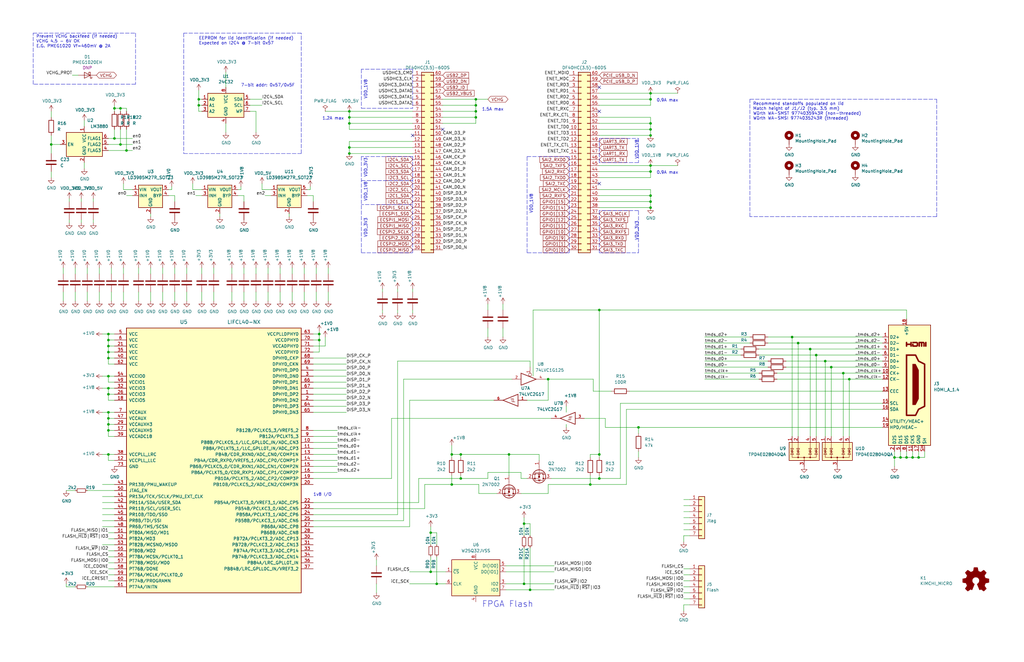
<source format=kicad_sch>
(kicad_sch (version 20210621) (generator eeschema)
  (paper "USLedger")
  (junction (at 21.59 60.96) (diameter 0.9144))
  (junction (at 45.72 140.97) (diameter 0.9144))
  (junction (at 45.72 143.51) (diameter 0.9144))
  (junction (at 45.72 146.05) (diameter 0.9144))
  (junction (at 45.72 148.59) (diameter 0.9144))
  (junction (at 45.72 151.13) (diameter 0.9144))
  (junction (at 45.72 158.75) (diameter 0.9144))
  (junction (at 45.72 163.83) (diameter 0.9144))
  (junction (at 45.72 166.37) (diameter 0.9144))
  (junction (at 45.72 173.99) (diameter 0.9144))
  (junction (at 45.72 176.53) (diameter 0.9144))
  (junction (at 45.72 179.07) (diameter 0.9144))
  (junction (at 45.72 181.61) (diameter 0.9144))
  (junction (at 45.72 191.77) (diameter 0.9144))
  (junction (at 48.26 45.72) (diameter 0.9144))
  (junction (at 48.26 58.42) (diameter 0.9144))
  (junction (at 50.8 45.72) (diameter 0.9144))
  (junction (at 50.8 60.96) (diameter 0.9144))
  (junction (at 53.34 63.5) (diameter 0.9144))
  (junction (at 83.82 41.91) (diameter 0.9144))
  (junction (at 83.82 44.45) (diameter 0.9144))
  (junction (at 134.62 140.97) (diameter 0.9144))
  (junction (at 134.62 143.51) (diameter 0.9144))
  (junction (at 147.32 46.99) (diameter 0.9144))
  (junction (at 147.32 49.53) (diameter 0.9144))
  (junction (at 147.32 52.07) (diameter 0.9144))
  (junction (at 147.32 62.23) (diameter 0.9144))
  (junction (at 147.32 64.77) (diameter 0.9144))
  (junction (at 181.61 224.79) (diameter 0.9144))
  (junction (at 181.61 241.3) (diameter 0.9144))
  (junction (at 184.15 246.38) (diameter 0.9144))
  (junction (at 190.5 191.77) (diameter 0.9144))
  (junction (at 190.5 204.47) (diameter 0.9144))
  (junction (at 194.31 191.77) (diameter 0.9144))
  (junction (at 194.31 201.93) (diameter 0.9144))
  (junction (at 200.66 41.91) (diameter 0.9144))
  (junction (at 200.66 44.45) (diameter 0.9144))
  (junction (at 200.66 46.99) (diameter 0.9144))
  (junction (at 200.66 49.53) (diameter 0.9144))
  (junction (at 214.63 191.77) (diameter 0.9144))
  (junction (at 220.98 220.98) (diameter 0.9144))
  (junction (at 220.98 246.38) (diameter 0.9144))
  (junction (at 223.52 248.92) (diameter 0.9144))
  (junction (at 231.14 160.02) (diameter 0.9144))
  (junction (at 248.92 204.47) (diameter 0.9144))
  (junction (at 252.73 130.81) (diameter 0.9144))
  (junction (at 252.73 191.77) (diameter 0.9144))
  (junction (at 252.73 201.93) (diameter 0.9144))
  (junction (at 269.24 180.34) (diameter 0.9144))
  (junction (at 274.32 39.37) (diameter 0.9144))
  (junction (at 274.32 41.91) (diameter 0.9144))
  (junction (at 274.32 52.07) (diameter 0.9144))
  (junction (at 274.32 54.61) (diameter 0.9144))
  (junction (at 274.32 57.15) (diameter 0.9144))
  (junction (at 274.32 69.85) (diameter 0.9144))
  (junction (at 274.32 72.39) (diameter 0.9144))
  (junction (at 274.32 82.55) (diameter 0.9144))
  (junction (at 274.32 85.09) (diameter 0.9144))
  (junction (at 274.32 87.63) (diameter 0.9144))
  (junction (at 334.01 142.24) (diameter 0.9144))
  (junction (at 336.55 144.78) (diameter 0.9144))
  (junction (at 341.63 147.32) (diameter 0.9144))
  (junction (at 344.17 149.86) (diameter 0.9144))
  (junction (at 347.98 152.4) (diameter 0.9144))
  (junction (at 350.52 154.94) (diameter 0.9144))
  (junction (at 355.6 157.48) (diameter 0.9144))
  (junction (at 358.14 160.02) (diameter 0.9144))
  (junction (at 377.19 193.04) (diameter 0.9144))
  (junction (at 379.73 193.04) (diameter 0.9144))
  (junction (at 382.27 193.04) (diameter 0.9144))
  (junction (at 384.81 193.04) (diameter 0.9144))
  (junction (at 387.35 193.04) (diameter 0.9144))
  (no_connect (at 173.99 57.15))
  (no_connect (at 186.69 54.61))
  (no_connect (at 252.73 36.83))
  (no_connect (at 252.73 46.99))
  (no_connect (at 252.73 77.47))
  (wire (pts (xy 21.59 46.99) (xy 21.59 49.53)))
  (wire (pts (xy 21.59 60.96) (xy 21.59 57.15)))
  (wire (pts (xy 21.59 60.96) (xy 21.59 64.77)))
  (wire (pts (xy 21.59 72.39) (xy 21.59 74.93)))
  (wire (pts (xy 25.4 60.96) (xy 21.59 60.96)))
  (wire (pts (xy 26.67 115.57) (xy 26.67 113.03)))
  (wire (pts (xy 26.67 127) (xy 26.67 123.19)))
  (wire (pts (xy 27.94 247.65) (xy 27.94 246.38)))
  (wire (pts (xy 29.21 85.09) (xy 29.21 83.82)))
  (wire (pts (xy 29.21 93.98) (xy 29.21 92.71)))
  (wire (pts (xy 30.48 31.75) (xy 33.02 31.75)))
  (wire (pts (xy 31.75 115.57) (xy 31.75 113.03)))
  (wire (pts (xy 31.75 127) (xy 31.75 123.19)))
  (wire (pts (xy 31.75 207.01) (xy 27.94 207.01)))
  (wire (pts (xy 31.75 247.65) (xy 27.94 247.65)))
  (wire (pts (xy 34.29 85.09) (xy 34.29 83.82)))
  (wire (pts (xy 34.29 93.98) (xy 34.29 92.71)))
  (wire (pts (xy 35.56 50.8) (xy 35.56 53.34)))
  (wire (pts (xy 35.56 68.58) (xy 35.56 71.12)))
  (wire (pts (xy 36.83 115.57) (xy 36.83 113.03)))
  (wire (pts (xy 36.83 127) (xy 36.83 123.19)))
  (wire (pts (xy 39.37 85.09) (xy 39.37 83.82)))
  (wire (pts (xy 39.37 93.98) (xy 39.37 92.71)))
  (wire (pts (xy 41.91 115.57) (xy 41.91 113.03)))
  (wire (pts (xy 41.91 127) (xy 41.91 123.19)))
  (wire (pts (xy 43.18 163.83) (xy 45.72 163.83)))
  (wire (pts (xy 43.18 173.99) (xy 45.72 173.99)))
  (wire (pts (xy 45.72 58.42) (xy 48.26 58.42)))
  (wire (pts (xy 45.72 60.96) (xy 50.8 60.96)))
  (wire (pts (xy 45.72 63.5) (xy 53.34 63.5)))
  (wire (pts (xy 45.72 140.97) (xy 43.18 140.97)))
  (wire (pts (xy 45.72 143.51) (xy 45.72 140.97)))
  (wire (pts (xy 45.72 146.05) (xy 45.72 143.51)))
  (wire (pts (xy 45.72 148.59) (xy 45.72 146.05)))
  (wire (pts (xy 45.72 151.13) (xy 45.72 148.59)))
  (wire (pts (xy 45.72 153.67) (xy 45.72 151.13)))
  (wire (pts (xy 45.72 158.75) (xy 43.18 158.75)))
  (wire (pts (xy 45.72 161.29) (xy 45.72 158.75)))
  (wire (pts (xy 45.72 163.83) (xy 48.26 163.83)))
  (wire (pts (xy 45.72 166.37) (xy 45.72 163.83)))
  (wire (pts (xy 45.72 168.91) (xy 45.72 166.37)))
  (wire (pts (xy 45.72 173.99) (xy 48.26 173.99)))
  (wire (pts (xy 45.72 176.53) (xy 45.72 173.99)))
  (wire (pts (xy 45.72 179.07) (xy 45.72 176.53)))
  (wire (pts (xy 45.72 181.61) (xy 45.72 179.07)))
  (wire (pts (xy 45.72 184.15) (xy 45.72 181.61)))
  (wire (pts (xy 45.72 191.77) (xy 43.18 191.77)))
  (wire (pts (xy 45.72 194.31) (xy 45.72 191.77)))
  (wire (pts (xy 46.99 115.57) (xy 46.99 113.03)))
  (wire (pts (xy 46.99 127) (xy 46.99 123.19)))
  (wire (pts (xy 48.26 44.45) (xy 48.26 45.72)))
  (wire (pts (xy 48.26 45.72) (xy 48.26 46.99)))
  (wire (pts (xy 48.26 54.61) (xy 48.26 58.42)))
  (wire (pts (xy 48.26 58.42) (xy 55.88 58.42)))
  (wire (pts (xy 48.26 140.97) (xy 45.72 140.97)))
  (wire (pts (xy 48.26 143.51) (xy 45.72 143.51)))
  (wire (pts (xy 48.26 146.05) (xy 45.72 146.05)))
  (wire (pts (xy 48.26 148.59) (xy 45.72 148.59)))
  (wire (pts (xy 48.26 151.13) (xy 45.72 151.13)))
  (wire (pts (xy 48.26 153.67) (xy 45.72 153.67)))
  (wire (pts (xy 48.26 158.75) (xy 45.72 158.75)))
  (wire (pts (xy 48.26 161.29) (xy 45.72 161.29)))
  (wire (pts (xy 48.26 166.37) (xy 45.72 166.37)))
  (wire (pts (xy 48.26 168.91) (xy 45.72 168.91)))
  (wire (pts (xy 48.26 176.53) (xy 45.72 176.53)))
  (wire (pts (xy 48.26 179.07) (xy 45.72 179.07)))
  (wire (pts (xy 48.26 181.61) (xy 45.72 181.61)))
  (wire (pts (xy 48.26 184.15) (xy 45.72 184.15)))
  (wire (pts (xy 48.26 191.77) (xy 45.72 191.77)))
  (wire (pts (xy 48.26 194.31) (xy 45.72 194.31)))
  (wire (pts (xy 48.26 204.47) (xy 43.18 204.47)))
  (wire (pts (xy 48.26 207.01) (xy 36.83 207.01)))
  (wire (pts (xy 48.26 209.55) (xy 43.18 209.55)))
  (wire (pts (xy 48.26 212.09) (xy 43.18 212.09)))
  (wire (pts (xy 48.26 214.63) (xy 43.18 214.63)))
  (wire (pts (xy 48.26 217.17) (xy 43.18 217.17)))
  (wire (pts (xy 48.26 219.71) (xy 43.18 219.71)))
  (wire (pts (xy 48.26 222.25) (xy 43.18 222.25)))
  (wire (pts (xy 48.26 224.79) (xy 45.72 224.79)))
  (wire (pts (xy 48.26 227.33) (xy 45.72 227.33)))
  (wire (pts (xy 48.26 229.87) (xy 43.18 229.87)))
  (wire (pts (xy 48.26 232.41) (xy 45.72 232.41)))
  (wire (pts (xy 48.26 234.95) (xy 45.72 234.95)))
  (wire (pts (xy 48.26 237.49) (xy 45.72 237.49)))
  (wire (pts (xy 48.26 240.03) (xy 45.72 240.03)))
  (wire (pts (xy 48.26 242.57) (xy 45.72 242.57)))
  (wire (pts (xy 48.26 245.11) (xy 45.72 245.11)))
  (wire (pts (xy 48.26 247.65) (xy 36.83 247.65)))
  (wire (pts (xy 50.8 45.72) (xy 48.26 45.72)))
  (wire (pts (xy 50.8 45.72) (xy 50.8 46.99)))
  (wire (pts (xy 50.8 54.61) (xy 50.8 60.96)))
  (wire (pts (xy 50.8 60.96) (xy 55.88 60.96)))
  (wire (pts (xy 52.07 77.47) (xy 52.07 80.01)))
  (wire (pts (xy 52.07 115.57) (xy 52.07 113.03)))
  (wire (pts (xy 52.07 127) (xy 52.07 123.19)))
  (wire (pts (xy 53.34 45.72) (xy 50.8 45.72)))
  (wire (pts (xy 53.34 46.99) (xy 53.34 45.72)))
  (wire (pts (xy 53.34 54.61) (xy 53.34 63.5)))
  (wire (pts (xy 53.34 63.5) (xy 55.88 63.5)))
  (wire (pts (xy 55.88 80.01) (xy 52.07 80.01)))
  (wire (pts (xy 55.88 82.55) (xy 53.34 82.55)))
  (wire (pts (xy 58.42 115.57) (xy 58.42 113.03)))
  (wire (pts (xy 58.42 127) (xy 58.42 123.19)))
  (wire (pts (xy 63.5 90.17) (xy 63.5 91.44)))
  (wire (pts (xy 63.5 115.57) (xy 63.5 113.03)))
  (wire (pts (xy 63.5 127) (xy 63.5 123.19)))
  (wire (pts (xy 68.58 115.57) (xy 68.58 113.03)))
  (wire (pts (xy 68.58 127) (xy 68.58 123.19)))
  (wire (pts (xy 71.12 80.01) (xy 72.39 80.01)))
  (wire (pts (xy 71.12 82.55) (xy 73.66 82.55)))
  (wire (pts (xy 72.39 80.01) (xy 72.39 78.74)))
  (wire (pts (xy 73.66 82.55) (xy 73.66 85.09)))
  (wire (pts (xy 73.66 115.57) (xy 73.66 113.03)))
  (wire (pts (xy 73.66 127) (xy 73.66 123.19)))
  (wire (pts (xy 78.74 115.57) (xy 78.74 113.03)))
  (wire (pts (xy 78.74 127) (xy 78.74 123.19)))
  (wire (pts (xy 81.28 77.47) (xy 81.28 80.01)))
  (wire (pts (xy 83.82 38.1) (xy 83.82 41.91)))
  (wire (pts (xy 83.82 41.91) (xy 83.82 44.45)))
  (wire (pts (xy 83.82 44.45) (xy 83.82 46.99)))
  (wire (pts (xy 83.82 46.99) (xy 85.09 46.99)))
  (wire (pts (xy 85.09 41.91) (xy 83.82 41.91)))
  (wire (pts (xy 85.09 44.45) (xy 83.82 44.45)))
  (wire (pts (xy 85.09 80.01) (xy 81.28 80.01)))
  (wire (pts (xy 85.09 82.55) (xy 82.55 82.55)))
  (wire (pts (xy 85.09 115.57) (xy 85.09 113.03)))
  (wire (pts (xy 85.09 127) (xy 85.09 123.19)))
  (wire (pts (xy 90.17 115.57) (xy 90.17 113.03)))
  (wire (pts (xy 90.17 127) (xy 90.17 123.19)))
  (wire (pts (xy 92.71 90.17) (xy 92.71 91.44)))
  (wire (pts (xy 95.25 30.48) (xy 95.25 36.83)))
  (wire (pts (xy 95.25 55.88) (xy 95.25 52.07)))
  (wire (pts (xy 97.79 115.57) (xy 97.79 113.03)))
  (wire (pts (xy 97.79 127) (xy 97.79 123.19)))
  (wire (pts (xy 100.33 80.01) (xy 101.6 80.01)))
  (wire (pts (xy 100.33 82.55) (xy 102.87 82.55)))
  (wire (pts (xy 101.6 80.01) (xy 101.6 78.74)))
  (wire (pts (xy 102.87 82.55) (xy 102.87 85.09)))
  (wire (pts (xy 102.87 115.57) (xy 102.87 113.03)))
  (wire (pts (xy 102.87 127) (xy 102.87 123.19)))
  (wire (pts (xy 105.41 46.99) (xy 107.95 46.99)))
  (wire (pts (xy 107.95 46.99) (xy 107.95 55.88)))
  (wire (pts (xy 107.95 115.57) (xy 107.95 113.03)))
  (wire (pts (xy 107.95 127) (xy 107.95 123.19)))
  (wire (pts (xy 110.49 41.91) (xy 105.41 41.91)))
  (wire (pts (xy 110.49 44.45) (xy 105.41 44.45)))
  (wire (pts (xy 110.49 77.47) (xy 110.49 80.01)))
  (wire (pts (xy 113.03 115.57) (xy 113.03 113.03)))
  (wire (pts (xy 113.03 127) (xy 113.03 123.19)))
  (wire (pts (xy 114.3 80.01) (xy 110.49 80.01)))
  (wire (pts (xy 114.3 82.55) (xy 111.76 82.55)))
  (wire (pts (xy 118.11 115.57) (xy 118.11 113.03)))
  (wire (pts (xy 118.11 127) (xy 118.11 123.19)))
  (wire (pts (xy 121.92 90.17) (xy 121.92 91.44)))
  (wire (pts (xy 123.19 115.57) (xy 123.19 113.03)))
  (wire (pts (xy 123.19 127) (xy 123.19 123.19)))
  (wire (pts (xy 128.27 115.57) (xy 128.27 113.03)))
  (wire (pts (xy 128.27 127) (xy 128.27 123.19)))
  (wire (pts (xy 129.54 80.01) (xy 130.81 80.01)))
  (wire (pts (xy 129.54 82.55) (xy 132.08 82.55)))
  (wire (pts (xy 130.81 80.01) (xy 130.81 78.74)))
  (wire (pts (xy 132.08 82.55) (xy 132.08 85.09)))
  (wire (pts (xy 132.08 140.97) (xy 134.62 140.97)))
  (wire (pts (xy 132.08 143.51) (xy 134.62 143.51)))
  (wire (pts (xy 132.08 146.05) (xy 137.16 146.05)))
  (wire (pts (xy 132.08 148.59) (xy 134.62 148.59)))
  (wire (pts (xy 132.08 151.13) (xy 146.05 151.13)))
  (wire (pts (xy 132.08 153.67) (xy 146.05 153.67)))
  (wire (pts (xy 132.08 156.21) (xy 146.05 156.21)))
  (wire (pts (xy 132.08 158.75) (xy 146.05 158.75)))
  (wire (pts (xy 132.08 161.29) (xy 146.05 161.29)))
  (wire (pts (xy 132.08 163.83) (xy 146.05 163.83)))
  (wire (pts (xy 132.08 166.37) (xy 146.05 166.37)))
  (wire (pts (xy 132.08 168.91) (xy 146.05 168.91)))
  (wire (pts (xy 132.08 171.45) (xy 146.05 171.45)))
  (wire (pts (xy 132.08 173.99) (xy 146.05 173.99)))
  (wire (pts (xy 132.08 181.61) (xy 142.24 181.61)))
  (wire (pts (xy 132.08 184.15) (xy 142.24 184.15)))
  (wire (pts (xy 132.08 186.69) (xy 142.24 186.69)))
  (wire (pts (xy 132.08 189.23) (xy 142.24 189.23)))
  (wire (pts (xy 132.08 191.77) (xy 142.24 191.77)))
  (wire (pts (xy 132.08 194.31) (xy 142.24 194.31)))
  (wire (pts (xy 132.08 196.85) (xy 142.24 196.85)))
  (wire (pts (xy 132.08 199.39) (xy 142.24 199.39)))
  (wire (pts (xy 132.08 212.09) (xy 176.53 212.09)))
  (wire (pts (xy 132.08 214.63) (xy 179.07 214.63)))
  (wire (pts (xy 132.08 219.71) (xy 170.18 219.71)))
  (wire (pts (xy 133.35 115.57) (xy 133.35 113.03)))
  (wire (pts (xy 133.35 127) (xy 133.35 123.19)))
  (wire (pts (xy 134.62 140.97) (xy 134.62 139.7)))
  (wire (pts (xy 134.62 143.51) (xy 134.62 140.97)))
  (wire (pts (xy 134.62 148.59) (xy 134.62 143.51)))
  (wire (pts (xy 137.16 46.99) (xy 147.32 46.99)))
  (wire (pts (xy 137.16 146.05) (xy 137.16 142.24)))
  (wire (pts (xy 138.43 115.57) (xy 138.43 113.03)))
  (wire (pts (xy 138.43 127) (xy 138.43 123.19)))
  (wire (pts (xy 147.32 46.99) (xy 173.99 46.99)))
  (wire (pts (xy 147.32 49.53) (xy 147.32 46.99)))
  (wire (pts (xy 147.32 52.07) (xy 147.32 49.53)))
  (wire (pts (xy 147.32 54.61) (xy 147.32 52.07)))
  (wire (pts (xy 147.32 59.69) (xy 147.32 62.23)))
  (wire (pts (xy 147.32 62.23) (xy 147.32 64.77)))
  (wire (pts (xy 158.75 238.76) (xy 158.75 236.22)))
  (wire (pts (xy 158.75 250.19) (xy 158.75 246.38)))
  (wire (pts (xy 161.29 123.19) (xy 161.29 121.92)))
  (wire (pts (xy 161.29 132.08) (xy 161.29 130.81)))
  (wire (pts (xy 165.1 176.53) (xy 165.1 201.93)))
  (wire (pts (xy 165.1 201.93) (xy 132.08 201.93)))
  (wire (pts (xy 167.64 123.19) (xy 167.64 121.92)))
  (wire (pts (xy 167.64 132.08) (xy 167.64 130.81)))
  (wire (pts (xy 167.64 152.4) (xy 167.64 217.17)))
  (wire (pts (xy 167.64 152.4) (xy 223.52 152.4)))
  (wire (pts (xy 167.64 217.17) (xy 132.08 217.17)))
  (wire (pts (xy 170.18 160.02) (xy 215.9 160.02)))
  (wire (pts (xy 170.18 219.71) (xy 170.18 160.02)))
  (wire (pts (xy 172.72 168.91) (xy 172.72 222.25)))
  (wire (pts (xy 172.72 168.91) (xy 208.28 168.91)))
  (wire (pts (xy 172.72 222.25) (xy 132.08 222.25)))
  (wire (pts (xy 172.72 241.3) (xy 181.61 241.3)))
  (wire (pts (xy 172.72 246.38) (xy 184.15 246.38)))
  (wire (pts (xy 173.99 49.53) (xy 147.32 49.53)))
  (wire (pts (xy 173.99 52.07) (xy 147.32 52.07)))
  (wire (pts (xy 173.99 54.61) (xy 147.32 54.61)))
  (wire (pts (xy 173.99 59.69) (xy 147.32 59.69)))
  (wire (pts (xy 173.99 62.23) (xy 147.32 62.23)))
  (wire (pts (xy 173.99 64.77) (xy 147.32 64.77)))
  (wire (pts (xy 173.99 123.19) (xy 173.99 121.92)))
  (wire (pts (xy 173.99 132.08) (xy 173.99 130.81)))
  (wire (pts (xy 176.53 201.93) (xy 194.31 201.93)))
  (wire (pts (xy 176.53 212.09) (xy 176.53 201.93)))
  (wire (pts (xy 179.07 204.47) (xy 190.5 204.47)))
  (wire (pts (xy 179.07 214.63) (xy 179.07 204.47)))
  (wire (pts (xy 181.61 222.25) (xy 181.61 224.79)))
  (wire (pts (xy 181.61 224.79) (xy 184.15 224.79)))
  (wire (pts (xy 181.61 229.87) (xy 181.61 224.79)))
  (wire (pts (xy 181.61 234.95) (xy 181.61 241.3)))
  (wire (pts (xy 181.61 241.3) (xy 187.96 241.3)))
  (wire (pts (xy 184.15 224.79) (xy 184.15 229.87)))
  (wire (pts (xy 184.15 234.95) (xy 184.15 246.38)))
  (wire (pts (xy 184.15 246.38) (xy 187.96 246.38)))
  (wire (pts (xy 190.5 187.96) (xy 190.5 191.77)))
  (wire (pts (xy 190.5 191.77) (xy 190.5 193.04)))
  (wire (pts (xy 190.5 200.66) (xy 190.5 204.47)))
  (wire (pts (xy 190.5 204.47) (xy 201.93 204.47)))
  (wire (pts (xy 194.31 191.77) (xy 190.5 191.77)))
  (wire (pts (xy 194.31 193.04) (xy 194.31 191.77)))
  (wire (pts (xy 194.31 200.66) (xy 194.31 201.93)))
  (wire (pts (xy 194.31 201.93) (xy 205.74 201.93)))
  (wire (pts (xy 200.66 41.91) (xy 186.69 41.91)))
  (wire (pts (xy 200.66 41.91) (xy 200.66 44.45)))
  (wire (pts (xy 200.66 44.45) (xy 186.69 44.45)))
  (wire (pts (xy 200.66 44.45) (xy 200.66 46.99)))
  (wire (pts (xy 200.66 46.99) (xy 186.69 46.99)))
  (wire (pts (xy 200.66 46.99) (xy 200.66 49.53)))
  (wire (pts (xy 200.66 49.53) (xy 186.69 49.53)))
  (wire (pts (xy 200.66 49.53) (xy 200.66 52.07)))
  (wire (pts (xy 200.66 52.07) (xy 186.69 52.07)))
  (wire (pts (xy 201.93 204.47) (xy 201.93 208.28)))
  (wire (pts (xy 201.93 208.28) (xy 209.55 208.28)))
  (wire (pts (xy 205.74 41.91) (xy 200.66 41.91)))
  (wire (pts (xy 205.74 130.81) (xy 205.74 128.27)))
  (wire (pts (xy 205.74 142.24) (xy 205.74 138.43)))
  (wire (pts (xy 205.74 199.39) (xy 219.71 199.39)))
  (wire (pts (xy 205.74 201.93) (xy 205.74 199.39)))
  (wire (pts (xy 212.09 130.81) (xy 212.09 128.27)))
  (wire (pts (xy 212.09 142.24) (xy 212.09 138.43)))
  (wire (pts (xy 213.36 238.76) (xy 233.68 238.76)))
  (wire (pts (xy 213.36 241.3) (xy 233.68 241.3)))
  (wire (pts (xy 213.36 246.38) (xy 220.98 246.38)))
  (wire (pts (xy 213.36 248.92) (xy 223.52 248.92)))
  (wire (pts (xy 214.63 191.77) (xy 194.31 191.77)))
  (wire (pts (xy 214.63 200.66) (xy 214.63 191.77)))
  (wire (pts (xy 219.71 199.39) (xy 219.71 201.93)))
  (wire (pts (xy 219.71 201.93) (xy 222.25 201.93)))
  (wire (pts (xy 219.71 208.28) (xy 231.14 208.28)))
  (wire (pts (xy 220.98 218.44) (xy 220.98 220.98)))
  (wire (pts (xy 220.98 220.98) (xy 220.98 226.06)))
  (wire (pts (xy 220.98 220.98) (xy 223.52 220.98)))
  (wire (pts (xy 220.98 231.14) (xy 220.98 246.38)))
  (wire (pts (xy 220.98 246.38) (xy 233.68 246.38)))
  (wire (pts (xy 223.52 154.94) (xy 223.52 152.4)))
  (wire (pts (xy 223.52 220.98) (xy 223.52 226.06)))
  (wire (pts (xy 223.52 231.14) (xy 223.52 248.92)))
  (wire (pts (xy 223.52 248.92) (xy 233.68 248.92)))
  (wire (pts (xy 224.79 130.81) (xy 252.73 130.81)))
  (wire (pts (xy 224.79 158.75) (xy 224.79 130.81)))
  (wire (pts (xy 227.33 191.77) (xy 214.63 191.77)))
  (wire (pts (xy 227.33 194.31) (xy 227.33 191.77)))
  (wire (pts (xy 229.87 160.02) (xy 231.14 160.02)))
  (wire (pts (xy 231.14 160.02) (xy 231.14 168.91)))
  (wire (pts (xy 231.14 160.02) (xy 250.19 160.02)))
  (wire (pts (xy 231.14 168.91) (xy 222.25 168.91)))
  (wire (pts (xy 231.14 204.47) (xy 248.92 204.47)))
  (wire (pts (xy 231.14 208.28) (xy 231.14 204.47)))
  (wire (pts (xy 232.41 176.53) (xy 165.1 176.53)))
  (wire (pts (xy 238.76 171.45) (xy 238.76 173.99)))
  (wire (pts (xy 238.76 179.07) (xy 238.76 180.34)))
  (wire (pts (xy 248.92 191.77) (xy 248.92 193.04)))
  (wire (pts (xy 248.92 200.66) (xy 248.92 204.47)))
  (wire (pts (xy 248.92 204.47) (xy 264.16 204.47)))
  (wire (pts (xy 250.19 165.1) (xy 250.19 160.02)))
  (wire (pts (xy 252.73 44.45) (xy 274.32 44.45)))
  (wire (pts (xy 252.73 49.53) (xy 274.32 49.53)))
  (wire (pts (xy 252.73 54.61) (xy 274.32 54.61)))
  (wire (pts (xy 252.73 57.15) (xy 274.32 57.15)))
  (wire (pts (xy 252.73 72.39) (xy 274.32 72.39)))
  (wire (pts (xy 252.73 80.01) (xy 274.32 80.01)))
  (wire (pts (xy 252.73 82.55) (xy 274.32 82.55)))
  (wire (pts (xy 252.73 85.09) (xy 274.32 85.09)))
  (wire (pts (xy 252.73 87.63) (xy 274.32 87.63)))
  (wire (pts (xy 252.73 130.81) (xy 252.73 191.77)))
  (wire (pts (xy 252.73 191.77) (xy 248.92 191.77)))
  (wire (pts (xy 252.73 193.04) (xy 252.73 191.77)))
  (wire (pts (xy 252.73 200.66) (xy 252.73 201.93)))
  (wire (pts (xy 252.73 201.93) (xy 232.41 201.93)))
  (wire (pts (xy 255.27 176.53) (xy 246.38 176.53)))
  (wire (pts (xy 255.27 180.34) (xy 255.27 176.53)))
  (wire (pts (xy 257.81 165.1) (xy 250.19 165.1)))
  (wire (pts (xy 261.62 170.18) (xy 261.62 201.93)))
  (wire (pts (xy 261.62 201.93) (xy 252.73 201.93)))
  (wire (pts (xy 264.16 172.72) (xy 372.11 172.72)))
  (wire (pts (xy 264.16 204.47) (xy 264.16 172.72)))
  (wire (pts (xy 265.43 165.1) (xy 372.11 165.1)))
  (wire (pts (xy 269.24 180.34) (xy 255.27 180.34)))
  (wire (pts (xy 269.24 180.34) (xy 269.24 182.88)))
  (wire (pts (xy 269.24 190.5) (xy 269.24 193.04)))
  (wire (pts (xy 274.32 39.37) (xy 252.73 39.37)))
  (wire (pts (xy 274.32 39.37) (xy 274.32 41.91)))
  (wire (pts (xy 274.32 41.91) (xy 252.73 41.91)))
  (wire (pts (xy 274.32 44.45) (xy 274.32 41.91)))
  (wire (pts (xy 274.32 49.53) (xy 274.32 52.07)))
  (wire (pts (xy 274.32 52.07) (xy 252.73 52.07)))
  (wire (pts (xy 274.32 54.61) (xy 274.32 52.07)))
  (wire (pts (xy 274.32 57.15) (xy 274.32 54.61)))
  (wire (pts (xy 274.32 69.85) (xy 252.73 69.85)))
  (wire (pts (xy 274.32 69.85) (xy 274.32 72.39)))
  (wire (pts (xy 274.32 72.39) (xy 274.32 74.93)))
  (wire (pts (xy 274.32 74.93) (xy 252.73 74.93)))
  (wire (pts (xy 274.32 80.01) (xy 274.32 82.55)))
  (wire (pts (xy 274.32 82.55) (xy 274.32 85.09)))
  (wire (pts (xy 274.32 87.63) (xy 274.32 85.09)))
  (wire (pts (xy 285.75 39.37) (xy 274.32 39.37)))
  (wire (pts (xy 285.75 69.85) (xy 274.32 69.85)))
  (wire (pts (xy 288.29 213.36) (xy 290.83 213.36)))
  (wire (pts (xy 288.29 215.9) (xy 290.83 215.9)))
  (wire (pts (xy 288.29 218.44) (xy 290.83 218.44)))
  (wire (pts (xy 288.29 220.98) (xy 290.83 220.98)))
  (wire (pts (xy 288.29 223.52) (xy 290.83 223.52)))
  (wire (pts (xy 288.29 226.06) (xy 288.29 228.6)))
  (wire (pts (xy 288.29 242.57) (xy 290.83 242.57)))
  (wire (pts (xy 288.29 245.11) (xy 290.83 245.11)))
  (wire (pts (xy 288.29 247.65) (xy 290.83 247.65)))
  (wire (pts (xy 288.29 250.19) (xy 290.83 250.19)))
  (wire (pts (xy 288.29 252.73) (xy 290.83 252.73)))
  (wire (pts (xy 288.29 255.27) (xy 288.29 257.81)))
  (wire (pts (xy 290.83 210.82) (xy 288.29 210.82)))
  (wire (pts (xy 290.83 226.06) (xy 288.29 226.06)))
  (wire (pts (xy 290.83 240.03) (xy 288.29 240.03)))
  (wire (pts (xy 290.83 255.27) (xy 288.29 255.27)))
  (wire (pts (xy 297.18 142.24) (xy 316.23 142.24)))
  (wire (pts (xy 297.18 144.78) (xy 316.23 144.78)))
  (wire (pts (xy 297.18 147.32) (xy 312.42 147.32)))
  (wire (pts (xy 297.18 149.86) (xy 312.42 149.86)))
  (wire (pts (xy 297.18 152.4) (xy 323.85 152.4)))
  (wire (pts (xy 297.18 154.94) (xy 323.85 154.94)))
  (wire (pts (xy 297.18 157.48) (xy 320.04 157.48)))
  (wire (pts (xy 297.18 160.02) (xy 320.04 160.02)))
  (wire (pts (xy 320.04 147.32) (xy 341.63 147.32)))
  (wire (pts (xy 320.04 149.86) (xy 344.17 149.86)))
  (wire (pts (xy 323.85 142.24) (xy 334.01 142.24)))
  (wire (pts (xy 323.85 144.78) (xy 336.55 144.78)))
  (wire (pts (xy 327.66 157.48) (xy 355.6 157.48)))
  (wire (pts (xy 327.66 160.02) (xy 358.14 160.02)))
  (wire (pts (xy 331.47 152.4) (xy 347.98 152.4)))
  (wire (pts (xy 331.47 154.94) (xy 350.52 154.94)))
  (wire (pts (xy 334.01 142.24) (xy 334.01 184.15)))
  (wire (pts (xy 334.01 142.24) (xy 372.11 142.24)))
  (wire (pts (xy 336.55 144.78) (xy 336.55 184.15)))
  (wire (pts (xy 336.55 144.78) (xy 372.11 144.78)))
  (wire (pts (xy 341.63 147.32) (xy 341.63 184.15)))
  (wire (pts (xy 341.63 147.32) (xy 372.11 147.32)))
  (wire (pts (xy 344.17 149.86) (xy 344.17 184.15)))
  (wire (pts (xy 344.17 149.86) (xy 372.11 149.86)))
  (wire (pts (xy 347.98 152.4) (xy 347.98 184.15)))
  (wire (pts (xy 347.98 152.4) (xy 372.11 152.4)))
  (wire (pts (xy 350.52 154.94) (xy 350.52 184.15)))
  (wire (pts (xy 350.52 154.94) (xy 372.11 154.94)))
  (wire (pts (xy 355.6 157.48) (xy 355.6 184.15)))
  (wire (pts (xy 355.6 157.48) (xy 372.11 157.48)))
  (wire (pts (xy 358.14 160.02) (xy 358.14 184.15)))
  (wire (pts (xy 358.14 160.02) (xy 372.11 160.02)))
  (wire (pts (xy 372.11 170.18) (xy 261.62 170.18)))
  (wire (pts (xy 372.11 180.34) (xy 269.24 180.34)))
  (wire (pts (xy 377.19 190.5) (xy 377.19 193.04)))
  (wire (pts (xy 377.19 193.04) (xy 377.19 196.85)))
  (wire (pts (xy 379.73 190.5) (xy 379.73 193.04)))
  (wire (pts (xy 379.73 193.04) (xy 377.19 193.04)))
  (wire (pts (xy 382.27 130.81) (xy 252.73 130.81)))
  (wire (pts (xy 382.27 134.62) (xy 382.27 130.81)))
  (wire (pts (xy 382.27 190.5) (xy 382.27 193.04)))
  (wire (pts (xy 382.27 193.04) (xy 379.73 193.04)))
  (wire (pts (xy 384.81 190.5) (xy 384.81 193.04)))
  (wire (pts (xy 384.81 193.04) (xy 382.27 193.04)))
  (wire (pts (xy 387.35 190.5) (xy 387.35 193.04)))
  (wire (pts (xy 387.35 193.04) (xy 384.81 193.04)))
  (wire (pts (xy 389.89 190.5) (xy 389.89 193.04)))
  (wire (pts (xy 389.89 193.04) (xy 387.35 193.04)))
  (polyline (pts (xy 13.97 13.97) (xy 57.15 13.97)) (stroke (width 0) (type dash)))
  (polyline (pts (xy 13.97 35.56) (xy 13.97 13.97)) (stroke (width 0) (type dash)))
  (polyline (pts (xy 57.15 13.97) (xy 57.15 35.56)) (stroke (width 0) (type dash)))
  (polyline (pts (xy 57.15 35.56) (xy 13.97 35.56)) (stroke (width 0) (type dash)))
  (polyline (pts (xy 77.47 13.97) (xy 77.47 64.77)) (stroke (width 0) (type dash)))
  (polyline (pts (xy 77.47 64.77) (xy 127 64.77)) (stroke (width 0) (type dash)))
  (polyline (pts (xy 127 13.97) (xy 77.47 13.97)) (stroke (width 0) (type dash)))
  (polyline (pts (xy 127 64.77) (xy 127 13.97)) (stroke (width 0) (type dash)))
  (polyline (pts (xy 152.4 29.21) (xy 152.4 45.72)) (stroke (width 0) (type dash)))
  (polyline (pts (xy 152.4 45.72) (xy 173.99 45.72)) (stroke (width 0) (type dash)))
  (polyline (pts (xy 152.4 66.04) (xy 152.4 106.68)) (stroke (width 0) (type dash)))
  (polyline (pts (xy 152.4 76.2) (xy 173.99 76.2)) (stroke (width 0) (type dash)))
  (polyline (pts (xy 152.4 106.68) (xy 173.99 106.68)) (stroke (width 0) (type dash)))
  (polyline (pts (xy 173.99 29.21) (xy 152.4 29.21)) (stroke (width 0) (type dash)))
  (polyline (pts (xy 173.99 29.21) (xy 173.99 45.72)) (stroke (width 0) (type dash)))
  (polyline (pts (xy 173.99 66.04) (xy 152.4 66.04)) (stroke (width 0) (type dash)))
  (polyline (pts (xy 173.99 66.04) (xy 173.99 106.68)) (stroke (width 0) (type dash)))
  (polyline (pts (xy 173.99 86.36) (xy 152.4 86.36)) (stroke (width 0) (type dash)))
  (polyline (pts (xy 222.25 66.04) (xy 240.03 66.04)) (stroke (width 0) (type dash)))
  (polyline (pts (xy 222.25 106.68) (xy 222.25 66.04)) (stroke (width 0) (type dash)))
  (polyline (pts (xy 240.03 66.04) (xy 240.03 106.68)) (stroke (width 0) (type dash)))
  (polyline (pts (xy 240.03 106.68) (xy 222.25 106.68)) (stroke (width 0) (type dash)))
  (polyline (pts (xy 252.73 58.42) (xy 269.24 58.42)) (stroke (width 0) (type dash)))
  (polyline (pts (xy 252.73 68.58) (xy 252.73 58.42)) (stroke (width 0) (type dash)))
  (polyline (pts (xy 252.73 88.9) (xy 252.73 106.68)) (stroke (width 0) (type dash)))
  (polyline (pts (xy 252.73 106.68) (xy 269.24 106.68)) (stroke (width 0) (type dash)))
  (polyline (pts (xy 269.24 58.42) (xy 269.24 68.58)) (stroke (width 0) (type dash)))
  (polyline (pts (xy 269.24 68.58) (xy 252.73 68.58)) (stroke (width 0) (type dash)))
  (polyline (pts (xy 269.24 88.9) (xy 252.73 88.9)) (stroke (width 0) (type dash)))
  (polyline (pts (xy 269.24 106.68) (xy 269.24 88.9)) (stroke (width 0) (type dash)))
  (polyline (pts (xy 316.23 41.91) (xy 394.97 41.91)) (stroke (width 0) (type dash)))
  (polyline (pts (xy 316.23 91.44) (xy 316.23 41.91)) (stroke (width 0) (type dash)))
  (polyline (pts (xy 394.97 41.91) (xy 394.97 91.44)) (stroke (width 0) (type dash)))
  (polyline (pts (xy 394.97 91.44) (xy 316.23 91.44)) (stroke (width 0) (type dash)))
  (text "\n" (at -226.06 551.18 0) (effects (font (size 1.27 1.27)) (justify left bottom)))
  (text "Prevent VCHG backfeed (if needed)\nVCHG 4.5 - 6V OK\nE.G. PMEG1020 Vf=460mV @ 2A" (at 15.24 20.32 0) (effects (font (size 1.27 1.27)) (justify left bottom)))
  (text "EEPROM for lid identification (if needed)\nExpected on I2C4 @ 7-bit 0x57" (at 83.82 19.05 0) (effects (font (size 1.27 1.27)) (justify left bottom)))
  (text "7-bit addr: 0x57/0x5F" (at 101.6 36.83 0) (effects (font (size 1.27 1.27)) (justify left bottom)))
  (text "1v8 I/O" (at 132.08 209.55 0) (effects (font (size 1.27 1.27)) (justify left bottom)))
  (text "1.2A max" (at 135.89 50.8 0) (effects (font (size 1.27 1.27)) (justify left bottom)))
  (text "VDD_1V8" (at 154.94 41.91 90) (effects (font (size 1.27 1.27)) (justify left bottom)))
  (text "VDD_3V3" (at 154.94 74.93 90) (effects (font (size 1.27 1.27)) (justify left bottom)))
  (text "VDD_1V8" (at 154.94 85.09 90) (effects (font (size 1.27 1.27)) (justify left bottom)))
  (text "VDD_3V3" (at 154.94 100.33 90) (effects (font (size 1.27 1.27)) (justify left bottom)))
  (text "1.5A max" (at 203.2 46.99 0) (effects (font (size 1.27 1.27)) (justify left bottom)))
  (text "FPGA Flash" (at 203.2 256.54 0) (effects (font (size 2.54 2.54)) (justify left bottom)))
  (text "VDD_1V8" (at 224.79 90.17 90) (effects (font (size 1.27 1.27)) (justify left bottom)))
  (text "VDD_1V8" (at 269.24 67.31 90) (effects (font (size 1.27 1.27)) (justify left bottom)))
  (text "VDD_3V3" (at 269.24 101.6 90) (effects (font (size 1.27 1.27)) (justify left bottom)))
  (text "0.9A max" (at 276.86 43.18 0) (effects (font (size 1.27 1.27)) (justify left bottom)))
  (text "0.9A max" (at 276.86 73.66 0) (effects (font (size 1.27 1.27)) (justify left bottom)))
  (text "Recommend standoffs populated on lid\nMatch height of J1/J2 (typ. 3.5 mm)\nWürth WA-SMST 9774035943R (non-threaded)\nWürth WA-SMSI 9774035243R (threaded)" (at 317.5 50.8 0) (effects (font (size 1.27 1.27)) (justify left bottom)))
  (label "VCHG_PROT" (at 30.48 31.75 180))
  (label "FLASH_MISO|IO1" (at 45.72 224.79 180))
  (label "FLASH_~{HLD}|~{RST}|IO3" (at 45.72 227.33 180))
  (label "FLASH_~{WP}|IO2" (at 45.72 232.41 180))
  (label "FLASH_CS" (at 45.72 234.95 180))
  (label "FLASH_MOSI|IO0" (at 45.72 237.49 180))
  (label "iCE_CDONE" (at 45.72 240.03 180))
  (label "iCE_SCK" (at 45.72 242.57 180))
  (label "iCE_CRESET" (at 45.72 245.11 180))
  (label "en0" (at 53.34 82.55 180))
  (label "en0" (at 55.88 58.42 0))
  (label "en1" (at 55.88 60.96 0))
  (label "en2" (at 55.88 63.5 0))
  (label "en1" (at 82.55 82.55 180))
  (label "I2C4_SDA" (at 110.49 41.91 0))
  (label "I2C4_SCL" (at 110.49 44.45 0))
  (label "en2" (at 111.76 82.55 180))
  (label "tmds_clk-" (at 142.24 181.61 0))
  (label "tmds_clk+" (at 142.24 184.15 0))
  (label "tmds_d0-" (at 142.24 186.69 0))
  (label "tmds_d0+" (at 142.24 189.23 0))
  (label "tmds_d1-" (at 142.24 191.77 0))
  (label "tmds_d1+" (at 142.24 194.31 0))
  (label "tmds_d2-" (at 142.24 196.85 0))
  (label "tmds_d2+" (at 142.24 199.39 0))
  (label "DISP_CK_P" (at 146.05 151.13 0))
  (label "DISP_CK_N" (at 146.05 153.67 0))
  (label "DISP_D0_P" (at 146.05 156.21 0))
  (label "DISP_D0_N" (at 146.05 158.75 0))
  (label "DISP_D1_P" (at 146.05 161.29 0))
  (label "DISP_D1_N" (at 146.05 163.83 0))
  (label "DISP_D2_P" (at 146.05 166.37 0))
  (label "DISP_D2_N" (at 146.05 168.91 0))
  (label "DISP_D3_P" (at 146.05 171.45 0))
  (label "DISP_D3_N" (at 146.05 173.99 0))
  (label "FLASH_CS" (at 172.72 241.3 180))
  (label "iCE_SCK" (at 172.72 246.38 180))
  (label "USDHC3_CMD" (at 173.99 31.75 180))
  (label "USDHC3_CLK" (at 173.99 34.29 180))
  (label "USDHC3_DATA3" (at 173.99 36.83 180))
  (label "USDHC3_DATA0" (at 173.99 39.37 180))
  (label "USDHC3_DATA1" (at 173.99 41.91 180))
  (label "USDHC3_DATA2" (at 173.99 44.45 180))
  (label "CAM_D3_P" (at 186.69 57.15 0))
  (label "CAM_D3_N" (at 186.69 59.69 0))
  (label "CAM_D2_P" (at 186.69 62.23 0))
  (label "CAM_D2_N" (at 186.69 64.77 0))
  (label "CAM_CK_P" (at 186.69 67.31 0))
  (label "CAM_CK_N" (at 186.69 69.85 0))
  (label "CAM_D1_P" (at 186.69 72.39 0))
  (label "CAM_D1_N" (at 186.69 74.93 0))
  (label "CAM_D0_P" (at 186.69 77.47 0))
  (label "CAM_D0_N" (at 186.69 80.01 0))
  (label "DISP_D3_P" (at 186.69 82.55 0))
  (label "DISP_D3_N" (at 186.69 85.09 0))
  (label "DISP_D2_P" (at 186.69 87.63 0))
  (label "DISP_D2_N" (at 186.69 90.17 0))
  (label "DISP_CK_P" (at 186.69 92.71 0))
  (label "DISP_CK_N" (at 186.69 95.25 0))
  (label "DISP_D1_P" (at 186.69 97.79 0))
  (label "DISP_D1_N" (at 186.69 100.33 0))
  (label "DISP_D0_P" (at 186.69 102.87 0))
  (label "DISP_D0_N" (at 186.69 105.41 0))
  (label "FLASH_MOSI|IO0" (at 233.68 238.76 0))
  (label "FLASH_MISO|IO1" (at 233.68 241.3 0))
  (label "FLASH_~{WP}|IO2" (at 233.68 246.38 0))
  (label "FLASH_~{HLD}|~{RST}|IO3" (at 233.68 248.92 0))
  (label "ENET_MDIO" (at 240.03 31.75 180))
  (label "ENET_MDC" (at 240.03 34.29 180))
  (label "ENET_RD3" (at 240.03 36.83 180))
  (label "ENET_RD1" (at 240.03 39.37 180))
  (label "ENET_RD2" (at 240.03 41.91 180))
  (label "ENET_RD0" (at 240.03 44.45 180))
  (label "ENET_RXC" (at 240.03 46.99 180))
  (label "ENET_RX_CTL" (at 240.03 49.53 180))
  (label "ENET_TD1" (at 240.03 52.07 180))
  (label "ENET_TD0" (at 240.03 54.61 180))
  (label "ENET_TD3" (at 240.03 57.15 180))
  (label "ENET_TD2" (at 240.03 59.69 180))
  (label "ENET_TX_CTL" (at 240.03 62.23 180))
  (label "ENET_TXC" (at 240.03 64.77 180))
  (label "FLASH_CS" (at 288.29 240.03 180))
  (label "iCE_SCK" (at 288.29 242.57 180))
  (label "FLASH_MOSI|IO0" (at 288.29 245.11 180))
  (label "FLASH_MISO|IO1" (at 288.29 247.65 180))
  (label "FLASH_~{WP}|IO2" (at 288.29 250.19 180))
  (label "FLASH_~{HLD}|~{RST}|IO3" (at 288.29 252.73 180))
  (label "tmds_d2+" (at 297.18 142.24 0))
  (label "tmds_d2-" (at 297.18 144.78 0))
  (label "tmds_d1+" (at 297.18 147.32 0))
  (label "tmds_d1-" (at 297.18 149.86 0))
  (label "tmds_d0+" (at 297.18 152.4 0))
  (label "tmds_d0-" (at 297.18 154.94 0))
  (label "tmds_clk+" (at 297.18 157.48 0))
  (label "tmds_clk-" (at 297.18 160.02 0))
  (label "_tmds_d2+" (at 360.68 142.24 0))
  (label "_tmds_d2-" (at 360.68 144.78 0))
  (label "_tmds_d1+" (at 360.68 147.32 0))
  (label "_tmds_d1-" (at 360.68 149.86 0))
  (label "_tmds_d0+" (at 360.68 152.4 0))
  (label "_tmds_d0-" (at 360.68 154.94 0))
  (label "_tmds_clk+" (at 360.68 157.48 0))
  (label "_tmds_clk-" (at 360.68 160.02 0))
  (global_label "VCHG" (shape bidirectional) (at 40.64 31.75 0) (property "Intersheet References" "${INTERSHEET_REFS}" (effects hide)))
  (global_label "I2C4_SDA" (shape input) (at 173.99 67.31 180) (property "Intersheet References" "${INTERSHEET_REFS}" (effects hide)))
  (global_label "I2C4_SCL" (shape input) (at 173.99 69.85 180) (property "Intersheet References" "${INTERSHEET_REFS}" (effects hide)))
  (global_label "I2C3_SDA" (shape input) (at 173.99 72.39 180) (property "Intersheet References" "${INTERSHEET_REFS}" (effects hide)))
  (global_label "I2C3_SCL" (shape input) (at 173.99 74.93 180) (property "Intersheet References" "${INTERSHEET_REFS}" (effects hide)))
  (global_label "I2C2_SDA" (shape input) (at 173.99 77.47 180) (property "Intersheet References" "${INTERSHEET_REFS}" (effects hide)))
  (global_label "I2C2_SCL" (shape input) (at 173.99 80.01 180) (property "Intersheet References" "${INTERSHEET_REFS}" (effects hide)))
  (global_label "I2C1_SDA" (shape input) (at 173.99 82.55 180) (property "Intersheet References" "${INTERSHEET_REFS}" (effects hide)))
  (global_label "I2C1_SCL" (shape input) (at 173.99 85.09 180) (property "Intersheet References" "${INTERSHEET_REFS}" (effects hide)))
  (global_label "ECSPI1_SCLK" (shape input) (at 173.99 87.63 180) (property "Intersheet References" "${INTERSHEET_REFS}" (effects hide)))
  (global_label "ECSPI1_SS0" (shape input) (at 173.99 90.17 180) (property "Intersheet References" "${INTERSHEET_REFS}" (effects hide)))
  (global_label "ECSPI1_MOSI" (shape input) (at 173.99 92.71 180) (property "Intersheet References" "${INTERSHEET_REFS}" (effects hide)))
  (global_label "ECSPI1_MISO" (shape input) (at 173.99 95.25 180) (property "Intersheet References" "${INTERSHEET_REFS}" (effects hide)))
  (global_label "ECSPI2_SCLK" (shape input) (at 173.99 97.79 180) (property "Intersheet References" "${INTERSHEET_REFS}" (effects hide)))
  (global_label "ECSPI2_SS0" (shape input) (at 173.99 100.33 180) (property "Intersheet References" "${INTERSHEET_REFS}" (effects hide)))
  (global_label "ECSPI2_MOSI" (shape input) (at 173.99 102.87 180) (property "Intersheet References" "${INTERSHEET_REFS}" (effects hide)))
  (global_label "ECSPI2_MISO" (shape input) (at 173.99 105.41 180) (property "Intersheet References" "${INTERSHEET_REFS}" (effects hide)))
  (global_label "USB2_DP" (shape input) (at 186.69 31.75 0) (property "Intersheet References" "${INTERSHEET_REFS}" (effects hide)))
  (global_label "USB2_DN" (shape input) (at 186.69 34.29 0) (property "Intersheet References" "${INTERSHEET_REFS}" (effects hide)))
  (global_label "USB2_ID" (shape input) (at 186.69 36.83 0) (property "Intersheet References" "${INTERSHEET_REFS}" (effects hide)))
  (global_label "USB2_VBUS" (shape input) (at 186.69 39.37 0) (property "Intersheet References" "${INTERSHEET_REFS}" (effects hide)))
  (global_label "VCHG" (shape bidirectional) (at 205.74 41.91 0) (property "Intersheet References" "${INTERSHEET_REFS}" (effects hide)))
  (global_label "SAI2_RXD0" (shape input) (at 240.03 67.31 180) (property "Intersheet References" "${INTERSHEET_REFS}" (effects hide)))
  (global_label "SAI2_TXFS" (shape input) (at 240.03 69.85 180) (property "Intersheet References" "${INTERSHEET_REFS}" (effects hide)))
  (global_label "SAI2_RXC" (shape input) (at 240.03 72.39 180) (property "Intersheet References" "${INTERSHEET_REFS}" (effects hide)))
  (global_label "SAI2_TXD0" (shape input) (at 240.03 74.93 180) (property "Intersheet References" "${INTERSHEET_REFS}" (effects hide)))
  (global_label "SAI2_TXC" (shape input) (at 240.03 77.47 180) (property "Intersheet References" "${INTERSHEET_REFS}" (effects hide)))
  (global_label "SAI2_MCLK" (shape input) (at 240.03 80.01 180) (property "Intersheet References" "${INTERSHEET_REFS}" (effects hide)))
  (global_label "SAI2_RXFS" (shape input) (at 240.03 82.55 180) (property "Intersheet References" "${INTERSHEET_REFS}" (effects hide)))
  (global_label "GPIO1[15]" (shape input) (at 240.03 85.09 180) (property "Intersheet References" "${INTERSHEET_REFS}" (effects hide)))
  (global_label "GPIO1[14]" (shape input) (at 240.03 87.63 180) (property "Intersheet References" "${INTERSHEET_REFS}" (effects hide)))
  (global_label "GPIO1[13]" (shape input) (at 240.03 90.17 180) (property "Intersheet References" "${INTERSHEET_REFS}" (effects hide)))
  (global_label "GPIO1[12]" (shape input) (at 240.03 92.71 180) (property "Intersheet References" "${INTERSHEET_REFS}" (effects hide)))
  (global_label "GPIO1[11]" (shape input) (at 240.03 95.25 180) (property "Intersheet References" "${INTERSHEET_REFS}" (effects hide)))
  (global_label "GPIO1[10]" (shape input) (at 240.03 97.79 180) (property "Intersheet References" "${INTERSHEET_REFS}" (effects hide)))
  (global_label "GPIO1[9]" (shape input) (at 240.03 100.33 180) (property "Intersheet References" "${INTERSHEET_REFS}" (effects hide)))
  (global_label "GPIO1[1]" (shape input) (at 240.03 102.87 180) (property "Intersheet References" "${INTERSHEET_REFS}" (effects hide)))
  (global_label "GPIO1[0]" (shape input) (at 240.03 105.41 180) (property "Intersheet References" "${INTERSHEET_REFS}" (effects hide)))
  (global_label "PCIE_USB_D_N" (shape input) (at 252.73 31.75 0) (property "Intersheet References" "${INTERSHEET_REFS}" (effects hide)))
  (global_label "PCIE_USB_D_P" (shape input) (at 252.73 34.29 0) (property "Intersheet References" "${INTERSHEET_REFS}" (effects hide)))
  (global_label "UART3_RX" (shape input) (at 252.73 59.69 0) (property "Intersheet References" "${INTERSHEET_REFS}" (effects hide)))
  (global_label "UART3_TX" (shape input) (at 252.73 62.23 0) (property "Intersheet References" "${INTERSHEET_REFS}" (effects hide)))
  (global_label "UART1_RX" (shape input) (at 252.73 64.77 0) (property "Intersheet References" "${INTERSHEET_REFS}" (effects hide)))
  (global_label "UART1_TX" (shape input) (at 252.73 67.31 0) (property "Intersheet References" "${INTERSHEET_REFS}" (effects hide)))
  (global_label "SAI3_MCLK" (shape input) (at 252.73 90.17 0) (property "Intersheet References" "${INTERSHEET_REFS}" (effects hide)))
  (global_label "SAI3_TXFS" (shape input) (at 252.73 92.71 0) (property "Intersheet References" "${INTERSHEET_REFS}" (effects hide)))
  (global_label "SAI3_RXC" (shape input) (at 252.73 95.25 0) (property "Intersheet References" "${INTERSHEET_REFS}" (effects hide)))
  (global_label "SAI3_RXFS" (shape input) (at 252.73 97.79 0) (property "Intersheet References" "${INTERSHEET_REFS}" (effects hide)))
  (global_label "SAI3_RXD" (shape input) (at 252.73 100.33 0) (property "Intersheet References" "${INTERSHEET_REFS}" (effects hide)))
  (global_label "SAI3_TXD" (shape input) (at 252.73 102.87 0) (property "Intersheet References" "${INTERSHEET_REFS}" (effects hide)))
  (global_label "SAI3_TXC" (shape input) (at 252.73 105.41 0) (property "Intersheet References" "${INTERSHEET_REFS}" (effects hide)))
  (symbol (lib_id "kimchi_ulid:KIMCHI_MICRO") (at 387.35 245.11 0) (unit 1)
    (property "Reference" "K1" (at 387.985 243.9416 0) (effects (justify left)))
    (property "Value" "KIMCHI_MICRO" (at 387.985 246.253 0) (effects (justify left)))
    (property "Footprint" "kimchi_ulid:KIMCHI_MICRO" (effects hide))
  )
  (symbol (lib_id "kimchi_ulid:VDD_3V3") (at 21.59 46.99 0) (unit 1)
    (property "Reference" "#PWR0204" (effects hide))
    (property "Value" "VDD_3V3" (at 21.971 42.5958 0))
  )
  (symbol (lib_id "power:+1V0") (at 26.67 113.03 0) (unit 1)
    (property "Reference" "#PWR0182" (effects hide))
    (property "Value" "+1V0" (at 25.4 107.95 90))
  )
  (symbol (lib_id "power:+3V3") (at 27.94 246.38 0) (unit 1)
    (property "Reference" "#PWR0193" (effects hide))
    (property "Value" "+3V3" (at 28.321 241.9858 0))
  )
  (symbol (lib_id "kimchi_ulid:VDD_3V3") (at 29.21 83.82 0) (unit 1)
    (property "Reference" "#PWR0197" (effects hide))
    (property "Value" "VDD_3V3" (at 29.591 79.4258 0))
  )
  (symbol (lib_id "power:+1V0") (at 31.75 113.03 0) (unit 1)
    (property "Reference" "#PWR0183" (effects hide))
    (property "Value" "+1V0" (at 30.48 107.95 90))
  )
  (symbol (lib_id "kimchi_ulid:VDD_3V3") (at 34.29 83.82 0) (unit 1)
    (property "Reference" "#PWR0199" (effects hide))
    (property "Value" "VDD_3V3" (at 34.671 79.4258 0))
  )
  (symbol (lib_id "kimchi_ulid:VDD_3V3") (at 35.56 50.8 0) (unit 1)
    (property "Reference" "#PWR0203" (effects hide))
    (property "Value" "VDD_3V3" (at 35.941 46.4058 0))
  )
  (symbol (lib_id "power:+1V0") (at 36.83 113.03 0) (unit 1)
    (property "Reference" "#PWR0184" (effects hide))
    (property "Value" "+1V0" (at 35.56 107.95 90))
  )
  (symbol (lib_id "kimchi_ulid:VDD_5V") (at 39.37 83.82 0) (unit 1)
    (property "Reference" "#PWR0198" (effects hide))
    (property "Value" "VDD_5V" (at 39.751 79.4258 0))
  )
  (symbol (lib_id "power:+1V0") (at 41.91 113.03 0) (unit 1)
    (property "Reference" "#PWR0187" (effects hide))
    (property "Value" "+1V0" (at 40.64 107.95 90))
  )
  (symbol (lib_id "power:+1V0") (at 43.18 140.97 90) (unit 1)
    (property "Reference" "#PWR0177" (effects hide))
    (property "Value" "+1V0" (at 39.9288 140.589 90) (effects (justify left)))
  )
  (symbol (lib_id "power:+3V3") (at 43.18 158.75 90) (unit 1)
    (property "Reference" "#PWR0178" (effects hide))
    (property "Value" "+3V3" (at 39.9288 158.369 90) (effects (justify left)))
  )
  (symbol (lib_id "power:+1V8") (at 43.18 163.83 90) (unit 1)
    (property "Reference" "#PWR0179" (effects hide))
    (property "Value" "+1V8" (at 39.9288 163.449 90) (effects (justify left)))
  )
  (symbol (lib_id "power:+1V8") (at 43.18 173.99 90) (unit 1)
    (property "Reference" "#PWR0192" (effects hide))
    (property "Value" "+1V8" (at 39.9288 173.609 90) (effects (justify left)))
  )
  (symbol (lib_id "power:+1V0") (at 43.18 191.77 90) (unit 1)
    (property "Reference" "#PWR0190" (effects hide))
    (property "Value" "+1V0" (at 39.9288 191.389 90) (effects (justify left)))
  )
  (symbol (lib_id "power:+1V0") (at 46.99 113.03 0) (unit 1)
    (property "Reference" "#PWR0188" (effects hide))
    (property "Value" "+1V0" (at 45.72 107.95 90))
  )
  (symbol (lib_id "kimchi_ulid:VDD_3V3") (at 48.26 44.45 0) (unit 1)
    (property "Reference" "#PWR0205" (effects hide))
    (property "Value" "VDD_3V3" (at 48.641 40.0558 0))
  )
  (symbol (lib_id "kimchi_ulid:VDD_3V3") (at 52.07 77.47 0) (unit 1)
    (property "Reference" "#PWR0149" (effects hide))
    (property "Value" "VDD_3V3" (at 52.451 73.0758 0))
  )
  (symbol (lib_id "power:+1V0") (at 52.07 113.03 0) (unit 1)
    (property "Reference" "#PWR0189" (effects hide))
    (property "Value" "+1V0" (at 50.8 107.95 90))
  )
  (symbol (lib_id "power:+1V0") (at 58.42 113.03 0) (unit 1)
    (property "Reference" "#PWR0122" (effects hide))
    (property "Value" "+1V0" (at 57.15 107.95 90))
  )
  (symbol (lib_id "power:+1V0") (at 63.5 113.03 0) (unit 1)
    (property "Reference" "#PWR0127" (effects hide))
    (property "Value" "+1V0" (at 62.23 107.95 90))
  )
  (symbol (lib_id "power:+1V0") (at 68.58 113.03 0) (unit 1)
    (property "Reference" "#PWR0128" (effects hide))
    (property "Value" "+1V0" (at 67.31 107.95 90))
  )
  (symbol (lib_id "power:+1V0") (at 72.39 78.74 0) (unit 1)
    (property "Reference" "#PWR0147" (effects hide))
    (property "Value" "+1V0" (at 71.12 73.66 90))
  )
  (symbol (lib_id "power:+1V0") (at 73.66 113.03 0) (unit 1)
    (property "Reference" "#PWR0129" (effects hide))
    (property "Value" "+1V0" (at 72.39 107.95 90))
  )
  (symbol (lib_id "power:+1V0") (at 78.74 113.03 0) (unit 1)
    (property "Reference" "#PWR0155" (effects hide))
    (property "Value" "+1V0" (at 77.47 107.95 90))
  )
  (symbol (lib_id "kimchi_ulid:VDD_3V3") (at 81.28 77.47 0) (unit 1)
    (property "Reference" "#PWR0148" (effects hide))
    (property "Value" "VDD_3V3" (at 81.661 73.0758 0))
  )
  (symbol (lib_id "kimchi_ulid:VDD_3V3") (at 83.82 38.1 0) (unit 1)
    (property "Reference" "#PWR0113" (effects hide))
    (property "Value" "VDD_3V3" (at 84.201 33.7058 0))
  )
  (symbol (lib_id "power:+3V3") (at 85.09 113.03 0) (unit 1)
    (property "Reference" "#PWR0130" (effects hide))
    (property "Value" "+3V3" (at 83.82 110.49 90) (effects (justify left)))
  )
  (symbol (lib_id "power:+3V3") (at 90.17 113.03 0) (unit 1)
    (property "Reference" "#PWR0131" (effects hide))
    (property "Value" "+3V3" (at 88.9 110.49 90) (effects (justify left)))
  )
  (symbol (lib_id "kimchi_ulid:VDD_3V3") (at 95.25 30.48 0) (unit 1)
    (property "Reference" "#PWR0112" (effects hide))
    (property "Value" "VDD_3V3" (at 95.631 26.0858 0))
  )
  (symbol (lib_id "power:+1V8") (at 97.79 113.03 0) (unit 1)
    (property "Reference" "#PWR0132" (effects hide))
    (property "Value" "+1V8" (at 96.52 110.49 90) (effects (justify left)))
  )
  (symbol (lib_id "power:+1V8") (at 101.6 78.74 0) (unit 1)
    (property "Reference" "#PWR0150" (effects hide))
    (property "Value" "+1V8" (at 101.981 75.4888 90) (effects (justify left)))
  )
  (symbol (lib_id "power:+1V8") (at 102.87 113.03 0) (unit 1)
    (property "Reference" "#PWR0136" (effects hide))
    (property "Value" "+1V8" (at 101.6 110.49 90) (effects (justify left)))
  )
  (symbol (lib_id "power:+1V8") (at 107.95 113.03 0) (unit 1)
    (property "Reference" "#PWR0137" (effects hide))
    (property "Value" "+1V8" (at 106.68 110.49 90) (effects (justify left)))
  )
  (symbol (lib_id "kimchi_ulid:VDD_5V") (at 110.49 77.47 0) (unit 1)
    (property "Reference" "#PWR0175" (effects hide))
    (property "Value" "VDD_5V" (at 110.871 73.0758 0))
  )
  (symbol (lib_id "power:+1V8") (at 113.03 113.03 0) (unit 1)
    (property "Reference" "#PWR0138" (effects hide))
    (property "Value" "+1V8" (at 111.76 110.49 90) (effects (justify left)))
  )
  (symbol (lib_id "power:+1V8") (at 118.11 113.03 0) (unit 1)
    (property "Reference" "#PWR0142" (effects hide))
    (property "Value" "+1V8" (at 116.84 110.49 90) (effects (justify left)))
  )
  (symbol (lib_id "power:+1V8") (at 123.19 113.03 0) (unit 1)
    (property "Reference" "#PWR0143" (effects hide))
    (property "Value" "+1V8" (at 121.92 110.49 90) (effects (justify left)))
  )
  (symbol (lib_id "power:+1V8") (at 128.27 113.03 0) (unit 1)
    (property "Reference" "#PWR0101" (effects hide))
    (property "Value" "+1V8" (at 127 110.49 90) (effects (justify left)))
  )
  (symbol (lib_id "power:+3V3") (at 130.81 78.74 0) (unit 1)
    (property "Reference" "#PWR0170" (effects hide))
    (property "Value" "+3V3" (at 131.191 75.4888 90) (effects (justify left)))
  )
  (symbol (lib_id "power:+1V8") (at 133.35 113.03 0) (unit 1)
    (property "Reference" "#PWR0115" (effects hide))
    (property "Value" "+1V8" (at 132.08 110.49 90) (effects (justify left)))
  )
  (symbol (lib_id "power:+1V0") (at 134.62 139.7 0) (unit 1)
    (property "Reference" "#PWR0118" (effects hide))
    (property "Value" "+1V0" (at 135.001 136.4488 0) (effects (justify left)))
  )
  (symbol (lib_id "power:+1V8") (at 137.16 142.24 0) (unit 1)
    (property "Reference" "#PWR0119" (effects hide))
    (property "Value" "+1V8" (at 137.541 138.9888 0) (effects (justify left)))
  )
  (symbol (lib_id "power:+1V8") (at 138.43 113.03 0) (unit 1)
    (property "Reference" "#PWR0152" (effects hide))
    (property "Value" "+1V8" (at 137.16 110.49 90) (effects (justify left)))
  )
  (symbol (lib_id "kimchi_ulid:VDD_5V") (at 147.32 46.99 0) (unit 1)
    (property "Reference" "#PWR0102" (effects hide))
    (property "Value" "VDD_5V" (at 147.701 42.5958 0))
  )
  (symbol (lib_id "power:+3V3") (at 158.75 236.22 0) (unit 1)
    (property "Reference" "#PWR0174" (effects hide))
    (property "Value" "+3V3" (at 157.48 233.68 90) (effects (justify left)))
  )
  (symbol (lib_id "power:+1V0") (at 161.29 121.92 0) (unit 1)
    (property "Reference" "#PWR0172" (effects hide))
    (property "Value" "+1V0" (at 160.02 116.84 90))
  )
  (symbol (lib_id "power:+3V3") (at 167.64 121.92 0) (unit 1)
    (property "Reference" "#PWR0173" (effects hide))
    (property "Value" "+3V3" (at 166.37 119.38 90) (effects (justify left)))
  )
  (symbol (lib_id "power:+1V8") (at 173.99 121.92 0) (unit 1)
    (property "Reference" "#PWR0209" (effects hide))
    (property "Value" "+1V8" (at 172.72 119.38 90) (effects (justify left)))
  )
  (symbol (lib_id "power:+3V3") (at 181.61 222.25 0) (unit 1)
    (property "Reference" "#PWR0151" (effects hide))
    (property "Value" "+3V3" (at 181.991 217.7796 0))
  )
  (symbol (lib_id "power:+1V8") (at 190.5 187.96 0) (unit 1)
    (property "Reference" "#PWR0161" (effects hide))
    (property "Value" "+1V8" (at 190.881 184.7088 0) (effects (justify left)))
  )
  (symbol (lib_id "power:+1V8") (at 205.74 128.27 0) (unit 1)
    (property "Reference" "#PWR0210" (effects hide))
    (property "Value" "+1V8" (at 204.47 125.73 90) (effects (justify left)))
  )
  (symbol (lib_id "power:+1V8") (at 212.09 128.27 0) (unit 1)
    (property "Reference" "#PWR0211" (effects hide))
    (property "Value" "+1V8" (at 210.82 125.73 90) (effects (justify left)))
  )
  (symbol (lib_id "power:+3V3") (at 220.98 218.44 0) (unit 1)
    (property "Reference" "#PWR0153" (effects hide))
    (property "Value" "+3V3" (at 221.361 213.9696 0))
  )
  (symbol (lib_id "power:+1V8") (at 238.76 171.45 0) (unit 1)
    (property "Reference" "#PWR0160" (effects hide))
    (property "Value" "+1V8" (at 237.871 166.9288 0) (effects (justify left)))
  )
  (symbol (lib_id "kimchi_ulid:VDD_3V3") (at 274.32 39.37 0) (unit 1)
    (property "Reference" "#PWR0106" (effects hide))
    (property "Value" "VDD_3V3" (at 274.701 34.9758 0))
  )
  (symbol (lib_id "kimchi_ulid:VDD_1V8") (at 274.32 69.85 0) (unit 1)
    (property "Reference" "#PWR0104" (effects hide))
    (property "Value" "VDD_1V8" (at 274.701 65.4558 0))
  )
  (symbol (lib_name "power:PWR_FLAG_1") (lib_id "power:PWR_FLAG") (at 137.16 46.99 0) (unit 1)
    (property "Reference" "#FLG0101" (effects hide))
    (property "Value" "PWR_FLAG" (at 137.16 42.5958 0))
  )
  (symbol (lib_name "power:PWR_FLAG_2") (lib_id "power:PWR_FLAG") (at 285.75 39.37 0) (unit 1)
    (property "Reference" "#FLG0102" (effects hide))
    (property "Value" "PWR_FLAG" (at 285.75 34.9758 0))
  )
  (symbol (lib_id "power:PWR_FLAG") (at 285.75 69.85 0) (unit 1)
    (property "Reference" "#FLG0103" (effects hide))
    (property "Value" "PWR_FLAG" (at 285.75 65.4558 0))
  )
  (symbol (lib_name "power:GND_3") (lib_id "power:GND") (at 21.59 74.93 0) (unit 1)
    (property "Reference" "#PWR0196" (effects hide))
    (property "Value" "GND" (at 21.717 79.3242 0))
  )
  (symbol (lib_id "power:GND") (at 26.67 127 0) (unit 1)
    (property "Reference" "#PWR0180" (effects hide))
    (property "Value" "GND" (at 26.797 131.4704 0))
  )
  (symbol (lib_id "power:GND") (at 27.94 207.01 0) (unit 1)
    (property "Reference" "#PWR0194" (effects hide))
    (property "Value" "GND" (at 28.067 211.4042 0))
  )
  (symbol (lib_id "power:GND") (at 29.21 93.98 0) (unit 1)
    (property "Reference" "#PWR0201" (effects hide))
    (property "Value" "GND" (at 29.337 98.4504 0))
  )
  (symbol (lib_id "power:GND") (at 31.75 127 0) (unit 1)
    (property "Reference" "#PWR0181" (effects hide))
    (property "Value" "GND" (at 31.877 131.4704 0))
  )
  (symbol (lib_id "power:GND") (at 34.29 93.98 0) (unit 1)
    (property "Reference" "#PWR0200" (effects hide))
    (property "Value" "GND" (at 34.417 98.4504 0))
  )
  (symbol (lib_name "power:GND_3") (lib_id "power:GND") (at 35.56 71.12 0) (unit 1)
    (property "Reference" "#PWR0176" (effects hide))
    (property "Value" "GND" (at 35.687 75.5142 0))
  )
  (symbol (lib_id "power:GND") (at 36.83 127 0) (unit 1)
    (property "Reference" "#PWR0185" (effects hide))
    (property "Value" "GND" (at 36.957 131.4704 0))
  )
  (symbol (lib_id "power:GND") (at 39.37 93.98 0) (unit 1)
    (property "Reference" "#PWR0202" (effects hide))
    (property "Value" "GND" (at 39.497 98.4504 0))
  )
  (symbol (lib_id "power:GND") (at 41.91 127 0) (unit 1)
    (property "Reference" "#PWR0186" (effects hide))
    (property "Value" "GND" (at 42.037 131.4704 0))
  )
  (symbol (lib_id "power:GND") (at 46.99 127 0) (unit 1)
    (property "Reference" "#PWR0120" (effects hide))
    (property "Value" "GND" (at 47.117 131.4704 0))
  )
  (symbol (lib_id "power:GND") (at 48.26 196.85 0) (unit 1)
    (property "Reference" "#PWR0191" (effects hide))
    (property "Value" "GND" (at 48.387 201.2442 0))
  )
  (symbol (lib_id "power:GND") (at 52.07 127 0) (unit 1)
    (property "Reference" "#PWR0121" (effects hide))
    (property "Value" "GND" (at 52.197 131.4704 0))
  )
  (symbol (lib_id "power:GND") (at 58.42 127 0) (unit 1)
    (property "Reference" "#PWR0123" (effects hide))
    (property "Value" "GND" (at 58.547 131.4704 0))
  )
  (symbol (lib_name "power:GND_3") (lib_id "power:GND") (at 63.5 91.44 0) (unit 1)
    (property "Reference" "#PWR0145" (effects hide))
    (property "Value" "GND" (at 63.627 95.8342 0))
  )
  (symbol (lib_id "power:GND") (at 63.5 127 0) (unit 1)
    (property "Reference" "#PWR0124" (effects hide))
    (property "Value" "GND" (at 63.627 131.4704 0))
  )
  (symbol (lib_id "power:GND") (at 68.58 127 0) (unit 1)
    (property "Reference" "#PWR0125" (effects hide))
    (property "Value" "GND" (at 68.707 131.4704 0))
  )
  (symbol (lib_name "power:GND_3") (lib_id "power:GND") (at 73.66 92.71 0) (unit 1)
    (property "Reference" "#PWR0168" (effects hide))
    (property "Value" "GND" (at 73.787 97.1042 0))
  )
  (symbol (lib_id "power:GND") (at 73.66 127 0) (unit 1)
    (property "Reference" "#PWR0126" (effects hide))
    (property "Value" "GND" (at 73.787 131.4704 0))
  )
  (symbol (lib_id "power:GND") (at 78.74 127 0) (unit 1)
    (property "Reference" "#PWR0157" (effects hide))
    (property "Value" "GND" (at 78.867 131.4704 0))
  )
  (symbol (lib_id "power:GND") (at 85.09 127 0) (unit 1)
    (property "Reference" "#PWR0144" (effects hide))
    (property "Value" "GND" (at 85.217 131.4704 0))
  )
  (symbol (lib_id "power:GND") (at 90.17 127 0) (unit 1)
    (property "Reference" "#PWR0195" (effects hide))
    (property "Value" "GND" (at 90.297 131.4704 0))
  )
  (symbol (lib_name "power:GND_3") (lib_id "power:GND") (at 92.71 91.44 0) (unit 1)
    (property "Reference" "#PWR0146" (effects hide))
    (property "Value" "GND" (at 92.837 95.8342 0))
  )
  (symbol (lib_name "power:GND_2") (lib_id "power:GND") (at 95.25 55.88 0) (unit 1)
    (property "Reference" "#PWR0226" (effects hide))
    (property "Value" "GND" (at 95.377 60.2742 0))
  )
  (symbol (lib_id "power:GND") (at 97.79 127 0) (unit 1)
    (property "Reference" "#PWR0133" (effects hide))
    (property "Value" "GND" (at 97.917 131.4704 0))
  )
  (symbol (lib_name "power:GND_3") (lib_id "power:GND") (at 102.87 92.71 0) (unit 1)
    (property "Reference" "#PWR0169" (effects hide))
    (property "Value" "GND" (at 102.997 97.1042 0))
  )
  (symbol (lib_id "power:GND") (at 102.87 127 0) (unit 1)
    (property "Reference" "#PWR0134" (effects hide))
    (property "Value" "GND" (at 102.997 131.4704 0))
  )
  (symbol (lib_name "power:GND_3") (lib_id "power:GND") (at 107.95 55.88 0) (unit 1)
    (property "Reference" "#PWR0227" (effects hide))
    (property "Value" "GND" (at 108.077 60.2742 0))
  )
  (symbol (lib_id "power:GND") (at 107.95 127 0) (unit 1)
    (property "Reference" "#PWR0135" (effects hide))
    (property "Value" "GND" (at 108.077 131.4704 0))
  )
  (symbol (lib_id "power:GND") (at 113.03 127 0) (unit 1)
    (property "Reference" "#PWR0139" (effects hide))
    (property "Value" "GND" (at 113.157 131.4704 0))
  )
  (symbol (lib_id "power:GND") (at 118.11 127 0) (unit 1)
    (property "Reference" "#PWR0140" (effects hide))
    (property "Value" "GND" (at 118.237 131.4704 0))
  )
  (symbol (lib_name "power:GND_3") (lib_id "power:GND") (at 121.92 91.44 0) (unit 1)
    (property "Reference" "#PWR0167" (effects hide))
    (property "Value" "GND" (at 122.047 95.8342 0))
  )
  (symbol (lib_id "power:GND") (at 123.19 127 0) (unit 1)
    (property "Reference" "#PWR0141" (effects hide))
    (property "Value" "GND" (at 123.317 131.4704 0))
  )
  (symbol (lib_id "power:GND") (at 128.27 127 0) (unit 1)
    (property "Reference" "#PWR0116" (effects hide))
    (property "Value" "GND" (at 128.397 131.4704 0))
  )
  (symbol (lib_name "power:GND_3") (lib_id "power:GND") (at 132.08 92.71 0) (unit 1)
    (property "Reference" "#PWR0171" (effects hide))
    (property "Value" "GND" (at 132.207 97.1042 0))
  )
  (symbol (lib_id "power:GND") (at 133.35 127 0) (unit 1)
    (property "Reference" "#PWR0117" (effects hide))
    (property "Value" "GND" (at 133.477 131.4704 0))
  )
  (symbol (lib_id "power:GND") (at 138.43 127 0) (unit 1)
    (property "Reference" "#PWR0154" (effects hide))
    (property "Value" "GND" (at 138.557 131.4704 0))
  )
  (symbol (lib_name "power:GND_1") (lib_id "power:GND") (at 147.32 64.77 0) (unit 1)
    (property "Reference" "#PWR0103" (effects hide))
    (property "Value" "GND" (at 147.447 69.1642 0))
  )
  (symbol (lib_id "power:GND") (at 158.75 250.19 0) (unit 1)
    (property "Reference" "#PWR0166" (effects hide))
    (property "Value" "GND" (at 158.877 254.6604 0))
  )
  (symbol (lib_id "power:GND") (at 161.29 132.08 0) (unit 1)
    (property "Reference" "#PWR0208" (effects hide))
    (property "Value" "GND" (at 161.417 136.5504 0))
  )
  (symbol (lib_id "power:GND") (at 167.64 132.08 0) (unit 1)
    (property "Reference" "#PWR0206" (effects hide))
    (property "Value" "GND" (at 167.767 136.5504 0))
  )
  (symbol (lib_id "power:GND") (at 173.99 132.08 0) (unit 1)
    (property "Reference" "#PWR0207" (effects hide))
    (property "Value" "GND" (at 174.117 136.5504 0))
  )
  (symbol (lib_id "power:GND") (at 205.74 142.24 0) (unit 1)
    (property "Reference" "#PWR0164" (effects hide))
    (property "Value" "GND" (at 205.867 146.7104 0))
  )
  (symbol (lib_id "power:GND") (at 212.09 142.24 0) (unit 1)
    (property "Reference" "#PWR0165" (effects hide))
    (property "Value" "GND" (at 212.217 146.7104 0))
  )
  (symbol (lib_name "power:GND_1") (lib_id "power:GND") (at 238.76 180.34 0) (unit 1)
    (property "Reference" "#PWR0159" (effects hide))
    (property "Value" "GND" (at 238.887 184.7342 0))
  )
  (symbol (lib_name "power:GND_1") (lib_id "power:GND") (at 269.24 193.04 0) (unit 1)
    (property "Reference" "#PWR0158" (effects hide))
    (property "Value" "GND" (at 269.367 197.4342 0))
  )
  (symbol (lib_name "power:GND_5") (lib_id "power:GND") (at 274.32 57.15 0) (unit 1)
    (property "Reference" "#PWR0107" (effects hide))
    (property "Value" "GND" (at 274.447 61.5442 0))
  )
  (symbol (lib_name "power:GND_4") (lib_id "power:GND") (at 274.32 87.63 0) (unit 1)
    (property "Reference" "#PWR0105" (effects hide))
    (property "Value" "GND" (at 274.447 92.0242 0))
  )
  (symbol (lib_id "power:GND") (at 288.29 228.6 0) (unit 1)
    (property "Reference" "#PWR?" (effects hide))
    (property "Value" "GND" (at 288.29 232.41 0))
  )
  (symbol (lib_id "power:GND") (at 288.29 257.81 0) (unit 1)
    (property "Reference" "#PWR0156" (effects hide))
    (property "Value" "GND" (at 288.29 261.62 0))
  )
  (symbol (lib_id "power:GND") (at 332.74 60.96 0) (unit 1)
    (property "Reference" "#PWR0108" (effects hide))
    (property "Value" "GND" (at 332.867 65.3542 0))
  )
  (symbol (lib_name "power:GND_8") (lib_id "power:GND") (at 332.74 73.66 0) (unit 1)
    (property "Reference" "#PWR0109" (effects hide))
    (property "Value" "GND" (at 332.867 78.0542 0))
  )
  (symbol (lib_name "power:GND_1") (lib_id "power:GND") (at 339.09 196.85 0) (unit 1)
    (property "Reference" "#PWR0162" (effects hide))
    (property "Value" "GND" (at 339.217 201.2442 0))
  )
  (symbol (lib_name "power:GND_1") (lib_id "power:GND") (at 353.06 196.85 0) (unit 1)
    (property "Reference" "#PWR0163" (effects hide))
    (property "Value" "GND" (at 353.187 201.2442 0))
  )
  (symbol (lib_name "power:GND_6") (lib_id "power:GND") (at 360.68 60.96 0) (unit 1)
    (property "Reference" "#PWR0110" (effects hide))
    (property "Value" "GND" (at 360.807 65.3542 0))
  )
  (symbol (lib_name "power:GND_7") (lib_id "power:GND") (at 360.68 73.66 0) (unit 1)
    (property "Reference" "#PWR0111" (effects hide))
    (property "Value" "GND" (at 360.807 78.0542 0))
  )
  (symbol (lib_name "power:GND_1") (lib_id "power:GND") (at 377.19 196.85 0) (unit 1)
    (property "Reference" "#PWR0114" (effects hide))
    (property "Value" "GND" (at 377.317 201.2442 0))
  )
  (symbol (lib_id "pkl_device:pkl_R_Small") (at 34.29 207.01 90) (unit 1)
    (property "Reference" "R19" (at 38.1 205.74 90))
    (property "Value" "2k2" (at 30.48 205.74 90))
    (property "Footprint" "pkl_dipol:R_0402" (effects hide))
    (property "Key" "res-0402-2k2" (effects hide))
    (property "Source" "ANY" (effects hide))
    (property "Mfg" "PANASONIC ELECTRONIC COMPONENTS (VA)" (effects hide))
    (property "PN" "ERJ-2RKF2201X" (effects hide))
  )
  (symbol (lib_id "pkl_device:pkl_R_Small") (at 34.29 247.65 90) (unit 1)
    (property "Reference" "R20" (at 38.1 246.38 90))
    (property "Value" "2k2" (at 30.48 246.38 90))
    (property "Footprint" "pkl_dipol:R_0402" (effects hide))
    (property "Key" "res-0402-2k2" (effects hide))
    (property "Source" "ANY" (effects hide))
    (property "Mfg" "PANASONIC ELECTRONIC COMPONENTS (VA)" (effects hide))
    (property "PN" "ERJ-2RKF2201X" (effects hide))
  )
  (symbol (lib_id "pkl_device:pkl_R4_Small") (at 181.61 232.41 0) (unit 4)
    (property "Reference" "R9" (at 180.34 240.03 90) (effects (justify left)))
    (property "Value" "10k" (at 180.34 229.87 90) (effects (justify left)))
    (property "Footprint" "pkl_dipol:R_Array_Convex_4x0402" (effects hide))
    (property "Source" "ANY" (effects hide))
    (property "Key" "res-0402cv-array-4-10k" (effects hide))
    (property "Mfg" "PANASONIC ELECTRONIC COMPONENTS (VA)" (effects hide))
    (property "PN" "EXB-28V103JX" (effects hide))
  )
  (symbol (lib_id "pkl_device:pkl_R4_Small") (at 184.15 232.41 0) (unit 2)
    (property "Reference" "R9" (at 182.88 240.03 90) (effects (justify left)))
    (property "Value" "10k" (at 182.88 229.87 90) (effects (justify left)))
    (property "Footprint" "pkl_dipol:R_Array_Convex_4x0402" (effects hide))
    (property "Source" "ANY" (effects hide))
    (property "Key" "res-0402cv-array-4-10k" (effects hide))
    (property "Mfg" "PANASONIC ELECTRONIC COMPONENTS (VA)" (effects hide))
    (property "PN" "EXB-28V103JX" (effects hide))
  )
  (symbol (lib_id "pkl_device:pkl_R4_Small") (at 220.98 228.6 0) (unit 3)
    (property "Reference" "R21" (at 219.71 236.22 90) (effects (justify left)))
    (property "Value" "10k" (at 219.71 226.06 90) (effects (justify left)))
    (property "Footprint" "pkl_dipol:R_Array_Convex_4x0402" (effects hide))
    (property "Source" "ANY" (effects hide))
    (property "Key" "res-0402cv-array-4-10k" (effects hide))
    (property "Mfg" "PANASONIC ELECTRONIC COMPONENTS (VA)" (effects hide))
    (property "PN" "EXB-28V103JX" (effects hide))
  )
  (symbol (lib_id "pkl_device:pkl_R4_Small") (at 223.52 228.6 0) (unit 1)
    (property "Reference" "R21" (at 222.25 236.22 90) (effects (justify left)))
    (property "Value" "10k" (at 222.25 226.06 90) (effects (justify left)))
    (property "Footprint" "pkl_dipol:R_Array_Convex_4x0402" (effects hide))
    (property "Source" "ANY" (effects hide))
    (property "Key" "res-0402cv-array-4-10k" (effects hide))
    (property "Mfg" "PANASONIC ELECTRONIC COMPONENTS (VA)" (effects hide))
    (property "PN" "EXB-28V103JX" (effects hide))
  )
  (symbol (lib_id "Device:R") (at 21.59 53.34 0) (unit 1)
    (property "Reference" "R16" (at 24.13 52.0699 0) (effects (justify left)))
    (property "Value" "R" (at 24.13 54.6099 0) (effects (justify left)))
    (property "Footprint" "Resistor_SMD:R_0402_1005Metric" (effects hide))
  )
  (symbol (lib_id "Device:R") (at 48.26 50.8 0) (unit 1)
    (property "Reference" "R17" (at 50.8 49.5299 0) (effects (justify left)))
    (property "Value" "R" (at 50.8 52.0699 0) (effects (justify left)))
  )
  (symbol (lib_id "Device:R") (at 50.8 50.8 0) (unit 1)
    (property "Reference" "R18" (at 53.34 49.5299 0) (effects (justify left)))
    (property "Value" "R" (at 53.34 52.0699 0) (effects (justify left)))
  )
  (symbol (lib_id "Device:R") (at 53.34 50.8 0) (unit 1)
    (property "Reference" "R22" (at 55.88 49.5299 0) (effects (justify left)))
    (property "Value" "R" (at 55.88 52.0699 0) (effects (justify left)))
  )
  (symbol (lib_id "Device:R") (at 190.5 196.85 180) (unit 1)
    (property "Reference" "R10" (at 187.96 195.5799 0) (effects (justify left)))
    (property "Value" "2k2" (at 187.96 198.1199 0) (effects (justify left)))
    (property "Footprint" "Resistor_SMD:R_0402_1005Metric" (effects hide))
  )
  (symbol (lib_id "Device:R") (at 194.31 196.85 180) (unit 1)
    (property "Reference" "R11" (at 196.85 195.5799 0) (effects (justify right)))
    (property "Value" "2k2" (at 196.85 198.1199 0) (effects (justify right)))
    (property "Footprint" "Resistor_SMD:R_0402_1005Metric" (effects hide))
  )
  (symbol (lib_id "Device:R") (at 248.92 196.85 180) (unit 1)
    (property "Reference" "R12" (at 246.38 195.5799 0) (effects (justify left)))
    (property "Value" "2k2" (at 246.38 198.1199 0) (effects (justify left)))
    (property "Footprint" "Resistor_SMD:R_0402_1005Metric" (effects hide))
  )
  (symbol (lib_id "Device:R") (at 252.73 196.85 180) (unit 1)
    (property "Reference" "R13" (at 255.27 195.5799 0) (effects (justify right)))
    (property "Value" "2k2" (at 255.27 198.1199 0) (effects (justify right)))
    (property "Footprint" "Resistor_SMD:R_0402_1005Metric" (effects hide))
  )
  (symbol (lib_id "Device:R") (at 261.62 165.1 270) (unit 1)
    (property "Reference" "R15" (at 261.62 158.75 90))
    (property "Value" "100R" (at 261.62 161.29 90))
    (property "Footprint" "Resistor_SMD:R_0402_1005Metric" (effects hide))
  )
  (symbol (lib_id "Device:R") (at 269.24 186.69 180) (unit 1)
    (property "Reference" "R14" (at 271.78 185.4199 0) (effects (justify right)))
    (property "Value" "47k" (at 271.78 187.9599 0) (effects (justify right)))
    (property "Footprint" "Resistor_SMD:R_0402_1005Metric" (effects hide))
  )
  (symbol (lib_id "Device:R") (at 316.23 147.32 90) (unit 1)
    (property "Reference" "R1" (at 309.88 146.05 90))
    (property "Value" "R" (effects hide))
    (property "Footprint" "Resistor_SMD:R_0402_1005Metric" (effects hide))
  )
  (symbol (lib_id "Device:R") (at 316.23 149.86 90) (unit 1)
    (property "Reference" "R2" (at 309.88 148.59 90))
    (property "Value" "R" (effects hide))
    (property "Footprint" "Resistor_SMD:R_0402_1005Metric" (effects hide))
  )
  (symbol (lib_id "Device:R") (at 320.04 142.24 90) (unit 1)
    (property "Reference" "R3" (at 313.69 140.97 90))
    (property "Value" "R" (effects hide))
    (property "Footprint" "Resistor_SMD:R_0402_1005Metric" (effects hide))
  )
  (symbol (lib_id "Device:R") (at 320.04 144.78 90) (unit 1)
    (property "Reference" "R4" (at 313.69 143.51 90))
    (property "Value" "R" (effects hide))
    (property "Footprint" "Resistor_SMD:R_0402_1005Metric" (effects hide))
  )
  (symbol (lib_id "Device:R") (at 323.85 157.48 90) (unit 1)
    (property "Reference" "R5" (at 317.5 156.21 90))
    (property "Value" "R" (effects hide))
    (property "Footprint" "Resistor_SMD:R_0402_1005Metric" (effects hide))
  )
  (symbol (lib_id "Device:R") (at 323.85 160.02 90) (unit 1)
    (property "Reference" "R6" (at 317.5 158.75 90))
    (property "Value" "R" (effects hide))
    (property "Footprint" "Resistor_SMD:R_0402_1005Metric" (effects hide))
  )
  (symbol (lib_id "Device:R") (at 327.66 152.4 90) (unit 1)
    (property "Reference" "R7" (at 321.31 151.13 90))
    (property "Value" "R" (effects hide))
    (property "Footprint" "Resistor_SMD:R_0402_1005Metric" (effects hide))
  )
  (symbol (lib_id "Device:R") (at 327.66 154.94 90) (unit 1)
    (property "Reference" "R8" (at 321.31 153.67 90))
    (property "Value" "R" (effects hide))
    (property "Footprint" "Resistor_SMD:R_0402_1005Metric" (effects hide))
  )
  (symbol (lib_id "Diode:PMEG1020EH") (at 36.83 31.75 180) (unit 1)
    (property "Reference" "D1" (at 36.83 23.9776 0))
    (property "Value" "PMEG1020EH" (at 36.83 26.289 0))
    (property "Footprint" "Diode_SMD:D_SOD-123F" (effects hide))
    (property "Datasheet" "https://assets.nexperia.com/documents/data-sheet/PMEG1020EH_EJ.pdf" (effects hide))
    (property "Populate" "DNP" (at 36.83 28.6004 0))
  )
  (symbol (lib_id "Mechanical:MountingHole_Pad") (at 332.74 58.42 0) (unit 1)
    (property "Reference" "H1" (at 335.28 57.1754 0) (effects (justify left)))
    (property "Value" "MountingHole_Pad" (at 335.28 59.4868 0) (effects (justify left)))
    (property "Footprint" "kimchi_ulid:MountingHole_M2_Standoff" (effects hide))
    (property "Mfgr" "Würth" (effects hide))
    (property "Mfgrpart" "9774035943R" (effects hide))
  )
  (symbol (lib_name "Mechanical:MountingHole_Pad_3") (lib_id "Mechanical:MountingHole_Pad") (at 332.74 71.12 0) (unit 1)
    (property "Reference" "H3" (at 335.28 69.8754 0) (effects (justify left)))
    (property "Value" "MountingHole_Pad" (at 335.28 72.1868 0) (effects (justify left)))
    (property "Footprint" "kimchi_ulid:MountingHole_M2_Standoff" (effects hide))
    (property "Mfgr" "Würth" (effects hide))
    (property "Mfgrpart" "9774035943R" (effects hide))
  )
  (symbol (lib_name "Mechanical:MountingHole_Pad_1") (lib_id "Mechanical:MountingHole_Pad") (at 360.68 58.42 0) (unit 1)
    (property "Reference" "H2" (at 363.22 57.1754 0) (effects (justify left)))
    (property "Value" "MountingHole_Pad" (at 363.22 59.4868 0) (effects (justify left)))
    (property "Footprint" "kimchi_ulid:MountingHole_M2_Standoff" (effects hide))
    (property "Mfgr" "Würth" (effects hide))
    (property "Mfgrpart" "9774035943R" (effects hide))
  )
  (symbol (lib_name "Mechanical:MountingHole_Pad_2") (lib_id "Mechanical:MountingHole_Pad") (at 360.68 71.12 0) (unit 1)
    (property "Reference" "H4" (at 363.22 69.8754 0) (effects (justify left)))
    (property "Value" "MountingHole_Pad" (at 363.22 72.1868 0) (effects (justify left)))
    (property "Footprint" "kimchi_ulid:MountingHole_M2_Standoff" (effects hide))
    (property "Mfgr" "Würth" (effects hide))
    (property "Mfgrpart" "9774035943R" (effects hide))
  )
  (symbol (lib_id "Device:C") (at 21.59 68.58 0) (unit 1)
    (property "Reference" "C23" (at 25.4 67.3099 0) (effects (justify left)))
    (property "Value" "C" (at 25.4 69.8499 0) (effects (justify left)))
    (property "Footprint" "Capacitor_SMD:C_0402_1005Metric" (effects hide))
  )
  (symbol (lib_id "Device:C") (at 26.67 119.38 0) (unit 1)
    (property "Reference" "C1" (effects hide))
    (property "Value" "0.1uF" (effects hide))
    (property "Footprint" "Capacitor_SMD:C_0402_1005Metric" (effects hide))
  )
  (symbol (lib_id "Device:C") (at 29.21 88.9 0) (unit 1)
    (property "Reference" "C24" (effects hide))
    (property "Value" "4.7uF" (effects hide))
    (property "Footprint" "Capacitor_SMD:C_0603_1608Metric" (effects hide))
  )
  (symbol (lib_id "Device:C") (at 31.75 119.38 0) (unit 1)
    (property "Reference" "C2" (effects hide))
    (property "Value" "0.1uF" (effects hide))
    (property "Footprint" "Capacitor_SMD:C_0402_1005Metric" (effects hide))
  )
  (symbol (lib_id "Device:C") (at 34.29 88.9 0) (unit 1)
    (property "Reference" "C25" (effects hide))
    (property "Value" "4.7uF" (effects hide))
    (property "Footprint" "Capacitor_SMD:C_0603_1608Metric" (effects hide))
  )
  (symbol (lib_id "Device:C") (at 36.83 119.38 0) (unit 1)
    (property "Reference" "C3" (effects hide))
    (property "Value" "0.1uF" (effects hide))
    (property "Footprint" "Capacitor_SMD:C_0402_1005Metric" (effects hide))
  )
  (symbol (lib_id "Device:C") (at 39.37 88.9 0) (unit 1)
    (property "Reference" "C26" (effects hide))
    (property "Value" "4.7uF" (effects hide))
    (property "Footprint" "Capacitor_SMD:C_0603_1608Metric" (effects hide))
  )
  (symbol (lib_id "Device:C") (at 41.91 119.38 0) (unit 1)
    (property "Reference" "C4" (effects hide))
    (property "Value" "0.1uF" (effects hide))
    (property "Footprint" "Capacitor_SMD:C_0402_1005Metric" (effects hide))
  )
  (symbol (lib_id "Device:C") (at 46.99 119.38 0) (unit 1)
    (property "Reference" "C5" (effects hide))
    (property "Value" "0.1uF" (effects hide))
    (property "Footprint" "Capacitor_SMD:C_0402_1005Metric" (effects hide))
  )
  (symbol (lib_id "Device:C") (at 52.07 119.38 0) (unit 1)
    (property "Reference" "C6" (effects hide))
    (property "Value" "0.1uF" (effects hide))
    (property "Footprint" "Capacitor_SMD:C_0402_1005Metric" (effects hide))
  )
  (symbol (lib_id "Device:C") (at 58.42 119.38 0) (unit 1)
    (property "Reference" "C7" (effects hide))
    (property "Value" "0.1uF" (effects hide))
    (property "Footprint" "Capacitor_SMD:C_0402_1005Metric" (effects hide))
  )
  (symbol (lib_id "Device:C") (at 63.5 119.38 0) (unit 1)
    (property "Reference" "C8" (effects hide))
    (property "Value" "0.1uF" (effects hide))
    (property "Footprint" "Capacitor_SMD:C_0402_1005Metric" (effects hide))
  )
  (symbol (lib_id "Device:C") (at 68.58 119.38 0) (unit 1)
    (property "Reference" "C9" (effects hide))
    (property "Value" "0.1uF" (effects hide))
    (property "Footprint" "Capacitor_SMD:C_0402_1005Metric" (effects hide))
  )
  (symbol (lib_id "Device:C") (at 73.66 88.9 0) (unit 1)
    (property "Reference" "C27" (effects hide))
    (property "Value" "0.01uF" (effects hide))
    (property "Footprint" "Capacitor_SMD:C_0402_1005Metric" (effects hide))
  )
  (symbol (lib_id "Device:C") (at 73.66 119.38 0) (unit 1)
    (property "Reference" "C10" (effects hide))
    (property "Value" "0.1uF" (effects hide))
    (property "Footprint" "Capacitor_SMD:C_0402_1005Metric" (effects hide))
  )
  (symbol (lib_id "Device:C") (at 78.74 119.38 0) (unit 1)
    (property "Reference" "C22" (effects hide))
    (property "Value" "0.1uF" (effects hide))
    (property "Footprint" "Capacitor_SMD:C_0402_1005Metric" (effects hide))
  )
  (symbol (lib_id "Device:C") (at 85.09 119.38 0) (unit 1)
    (property "Reference" "C11" (effects hide))
    (property "Value" "0.1uF" (effects hide))
    (property "Footprint" "Capacitor_SMD:C_0402_1005Metric" (effects hide))
  )
  (symbol (lib_id "Device:C") (at 90.17 119.38 0) (unit 1)
    (property "Reference" "C12" (effects hide))
    (property "Value" "0.1uF" (effects hide))
    (property "Footprint" "Capacitor_SMD:C_0402_1005Metric" (effects hide))
  )
  (symbol (lib_id "Device:C") (at 97.79 119.38 0) (unit 1)
    (property "Reference" "C13" (effects hide))
    (property "Value" "0.1uF" (effects hide))
    (property "Footprint" "Capacitor_SMD:C_0402_1005Metric" (effects hide))
  )
  (symbol (lib_id "Device:C") (at 102.87 88.9 0) (unit 1)
    (property "Reference" "C28" (effects hide))
    (property "Value" "0.01uF" (effects hide))
    (property "Footprint" "Capacitor_SMD:C_0402_1005Metric" (effects hide))
  )
  (symbol (lib_id "Device:C") (at 102.87 119.38 0) (unit 1)
    (property "Reference" "C14" (effects hide))
    (property "Value" "0.1uF" (effects hide))
    (property "Footprint" "Capacitor_SMD:C_0402_1005Metric" (effects hide))
  )
  (symbol (lib_id "Device:C") (at 107.95 119.38 0) (unit 1)
    (property "Reference" "C15" (effects hide))
    (property "Value" "0.1uF" (effects hide))
    (property "Footprint" "Capacitor_SMD:C_0402_1005Metric" (effects hide))
  )
  (symbol (lib_id "Device:C") (at 113.03 119.38 0) (unit 1)
    (property "Reference" "C16" (effects hide))
    (property "Value" "0.1uF" (effects hide))
    (property "Footprint" "Capacitor_SMD:C_0402_1005Metric" (effects hide))
  )
  (symbol (lib_id "Device:C") (at 118.11 119.38 0) (unit 1)
    (property "Reference" "C17" (effects hide))
    (property "Value" "0.1uF" (effects hide))
    (property "Footprint" "Capacitor_SMD:C_0402_1005Metric" (effects hide))
  )
  (symbol (lib_id "Device:C") (at 123.19 119.38 0) (unit 1)
    (property "Reference" "C18" (effects hide))
    (property "Value" "0.1uF" (effects hide))
    (property "Footprint" "Capacitor_SMD:C_0402_1005Metric" (effects hide))
  )
  (symbol (lib_id "Device:C") (at 128.27 119.38 0) (unit 1)
    (property "Reference" "C19" (effects hide))
    (property "Value" "0.1uF" (effects hide))
    (property "Footprint" "Capacitor_SMD:C_0402_1005Metric" (effects hide))
  )
  (symbol (lib_id "Device:C") (at 132.08 88.9 0) (unit 1)
    (property "Reference" "C29" (effects hide))
    (property "Value" "0.01uF" (effects hide))
    (property "Footprint" "Capacitor_SMD:C_0402_1005Metric" (effects hide))
  )
  (symbol (lib_id "Device:C") (at 133.35 119.38 0) (unit 1)
    (property "Reference" "C20" (effects hide))
    (property "Value" "0.1uF" (effects hide))
    (property "Footprint" "Capacitor_SMD:C_0402_1005Metric" (effects hide))
  )
  (symbol (lib_id "Device:C") (at 138.43 119.38 0) (unit 1)
    (property "Reference" "C21" (effects hide))
    (property "Value" "0.1uF" (effects hide))
    (property "Footprint" "Capacitor_SMD:C_0402_1005Metric" (effects hide))
  )
  (symbol (lib_id "Device:C") (at 158.75 242.57 0) (unit 1)
    (property "Reference" "C30" (effects hide))
    (property "Value" "0.1uF" (effects hide))
    (property "Footprint" "Capacitor_SMD:C_0402_1005Metric" (effects hide))
  )
  (symbol (lib_id "Device:C") (at 161.29 127 0) (unit 1)
    (property "Reference" "C31" (effects hide))
    (property "Value" "10uF" (effects hide))
    (property "Footprint" "Capacitor_SMD:C_0603_1608Metric" (effects hide))
  )
  (symbol (lib_id "Device:C") (at 167.64 127 0) (unit 1)
    (property "Reference" "C32" (effects hide))
    (property "Value" "10uF" (effects hide))
    (property "Footprint" "Capacitor_SMD:C_0603_1608Metric" (effects hide))
  )
  (symbol (lib_id "Device:C") (at 173.99 127 0) (unit 1)
    (property "Reference" "C33" (effects hide))
    (property "Value" "10uF" (effects hide))
    (property "Footprint" "Capacitor_SMD:C_0603_1608Metric" (effects hide))
  )
  (symbol (lib_id "Device:C") (at 205.74 134.62 0) (unit 1)
    (property "Reference" "C34" (effects hide))
    (property "Value" "0.1uF" (effects hide))
    (property "Footprint" "Capacitor_SMD:C_0402_1005Metric" (effects hide))
  )
  (symbol (lib_id "Device:C") (at 212.09 134.62 0) (unit 1)
    (property "Reference" "C35" (effects hide))
    (property "Value" "0.1uF" (effects hide))
    (property "Footprint" "Capacitor_SMD:C_0402_1005Metric" (effects hide))
  )
  (symbol (lib_id "74xGxx:74LVC2G17") (at 214.63 168.91 180) (unit 1)
    (property "Reference" "U7" (at 221.615 163.83 0))
    (property "Value" "74LVC2G17" (at 224.155 166.37 0))
    (property "Footprint" "Package_TO_SOT_SMD:SOT-23-6" (effects hide))
    (property "Datasheet" "http://www.ti.com/lit/sg/scyt129e/scyt129e.pdf" (effects hide))
  )
  (symbol (lib_id "74xGxx:74LVC2G17") (at 238.76 176.53 0) (mirror y) (unit 2)
    (property "Reference" "U7" (at 235.585 170.18 0))
    (property "Value" "74LVC2G17" (at 231.775 172.72 0))
    (property "Datasheet" "http://www.ti.com/lit/sg/scyt129e/scyt129e.pdf" (effects hide))
  )
  (symbol (lib_id "Transistor_FET:2N7002") (at 214.63 205.74 270) (unit 1)
    (property "Reference" "Q1" (at 209.55 201.93 90))
    (property "Value" "2N7002" (at 207.01 204.47 90))
    (property "Footprint" "Package_TO_SOT_SMD:SOT-23" (effects hide))
    (property "Datasheet" "https://www.onsemi.com/pub/Collateral/NDS7002A-D.PDF" (effects hide))
  )
  (symbol (lib_id "Transistor_FET:2N7002") (at 227.33 199.39 270) (unit 1)
    (property "Reference" "Q2" (at 232.41 195.58 90))
    (property "Value" "2N7002" (at 234.95 198.12 90))
    (property "Footprint" "Package_TO_SOT_SMD:SOT-23" (effects hide))
    (property "Datasheet" "https://www.onsemi.com/pub/Collateral/NDS7002A-D.PDF" (effects hide))
  )
  (symbol (lib_id "Graphic:Logo_Open_Hardware_Small") (at 411.48 245.11 0) (unit 1)
    (property "Reference" "LOGO1" (effects hide))
    (property "Value" "Logo_Open_Hardware_Small" (effects hide))
    (property "Footprint" "Symbol:OSHW-Logo_5.7x6mm_SilkScreen" (effects hide))
  )
  (symbol (lib_id "74xGxx:74LVC1G125") (at 223.52 160.02 0) (unit 1)
    (property "Reference" "U8" (at 227.965 153.67 0))
    (property "Value" "74LVC1G125" (at 231.775 156.21 0))
    (property "Footprint" "Package_TO_SOT_SMD:SOT-23-5" (effects hide))
    (property "Datasheet" "http://www.ti.com/lit/sg/scyt129e/scyt129e.pdf" (effects hide))
  )
  (symbol (lib_id "Connector_Generic:Conn_01x07") (at 295.91 218.44 0) (unit 1)
    (property "Reference" "J?" (at 297.9166 217.3732 0) (effects (justify left)))
    (property "Value" "Jtag" (at 297.9166 219.7354 0) (effects (justify left)))
    (property "Footprint" "Connector_PinHeader_2.54mm:PinHeader_1x07_P2.54mm_Vertical" (effects hide))
    (property "Key" "conn-th-01in-7-1-hdr" (effects hide))
    (property "Source" "ANY" (effects hide))
  )
  (symbol (lib_id "Connector_Generic:Conn_01x07") (at 295.91 247.65 0) (unit 1)
    (property "Reference" "J5" (at 297.9166 246.5832 0) (effects (justify left)))
    (property "Value" "Flash" (at 297.9166 248.9454 0) (effects (justify left)))
    (property "Footprint" "Connector_PinHeader_2.54mm:PinHeader_1x07_P2.54mm_Vertical" (effects hide))
    (property "Key" "conn-th-01in-7-1-hdr" (effects hide))
    (property "Source" "ANY" (effects hide))
  )
  (symbol (lib_id "Power_Protection:TPD4E02B04DQA") (at 339.09 191.77 0) (unit 1)
    (property "Reference" "U9" (at 331.47 189.2299 0) (effects (justify right)))
    (property "Value" "TPD4E02B04DQA" (at 331.47 191.7699 0) (effects (justify right)))
    (property "Footprint" "Package_SON:USON-10_2.5x1.0mm_P0.5mm" (effects hide))
    (property "Datasheet" "http://www.ti.com/lit/ds/symlink/tpd4e02b04.pdf" (effects hide))
  )
  (symbol (lib_id "Power_Protection:TPD4E02B04DQA") (at 353.06 191.77 0) (unit 1)
    (property "Reference" "U10" (at 360.68 189.2299 0) (effects (justify left)))
    (property "Value" "TPD4E02B04DQA" (at 360.68 191.7699 0) (effects (justify left)))
    (property "Footprint" "Package_SON:USON-10_2.5x1.0mm_P0.5mm" (effects hide))
    (property "Datasheet" "http://www.ti.com/lit/ds/symlink/tpd4e02b04.pdf" (effects hide))
  )
  (symbol (lib_id "Regulator_Linear:LD3985M27R_SOT23") (at 63.5 82.55 0) (unit 1)
    (property "Reference" "U3" (at 63.5 72.39 0))
    (property "Value" "LD3985M27R_SOT23" (at 63.5 74.93 0))
    (property "Footprint" "Package_TO_SOT_SMD:SOT-23-5" (effects hide))
    (property "Datasheet" "http://www.st.com/internet/com/TECHNICAL_RESOURCES/TECHNICAL_LITERATURE/DATASHEET/CD00003395.pdf" (effects hide))
  )
  (symbol (lib_id "Regulator_Linear:LD3985M27R_SOT23") (at 92.71 82.55 0) (unit 1)
    (property "Reference" "U4" (at 92.71 72.39 0))
    (property "Value" "LD3985M27R_SOT23" (at 92.71 74.93 0))
    (property "Footprint" "Package_TO_SOT_SMD:SOT-23-5" (effects hide))
    (property "Datasheet" "http://www.st.com/internet/com/TECHNICAL_RESOURCES/TECHNICAL_LITERATURE/DATASHEET/CD00003395.pdf" (effects hide))
  )
  (symbol (lib_id "Regulator_Linear:LD3985M27R_SOT23") (at 121.92 82.55 0) (unit 1)
    (property "Reference" "U11" (at 121.92 72.39 0))
    (property "Value" "LD3985M27R_SOT23" (at 121.92 74.93 0))
    (property "Footprint" "Package_TO_SOT_SMD:SOT-23-5" (effects hide))
    (property "Datasheet" "http://www.st.com/internet/com/TECHNICAL_RESOURCES/TECHNICAL_LITERATURE/DATASHEET/CD00003395.pdf" (effects hide))
  )
  (symbol (lib_id "Power_Supervisor:LM3880") (at 35.56 60.96 0) (unit 1)
    (property "Reference" "U2" (at 38.1 50.8 0))
    (property "Value" "LM3880" (at 41.91 53.34 0))
    (property "Footprint" "Package_TO_SOT_SMD:SOT-23-6" (effects hide))
    (property "Datasheet" "http://www.ti.com/lit/ds/symlink/lm3880.pdf" (effects hide))
  )
  (symbol (lib_id "Memory_EEPROM:24LC16") (at 95.25 44.45 0) (unit 1)
    (property "Reference" "U1" (at 95.25 32.2326 0))
    (property "Value" "24C32" (at 95.25 34.544 0))
    (property "Footprint" "Package_DFN_QFN:DFN-8-1EP_3x2mm_P0.5mm_EP1.36x1.46mm" (effects hide))
    (property "Datasheet" "http://ww1.microchip.com/downloads/en/DeviceDoc/21703d.pdf" (effects hide))
    (property "Mfgr" "ST" (effects hide))
    (property "Part" "M24C32-FMC6TG" (effects hide))
    (property "Vendorpart" "497-15757-1-ND" (effects hide))
  )
  (symbol (lib_id "Memory_Flash:W25Q32JVSS") (at 200.66 243.84 0) (unit 1)
    (property "Reference" "U6" (at 200.66 229.87 0))
    (property "Value" "W25Q32JVSS" (at 200.66 232.41 0))
    (property "Footprint" "Package_SO:SOIC-8_5.23x5.23mm_P1.27mm" (effects hide))
    (property "Datasheet" "http://www.winbond.com/resource-files/w25q32jv%20revg%2003272018%20plus.pdf" (effects hide))
  )
  (symbol (lib_name "Connector_Generic:Conn_02x30_Counter_Clockwise_1") (lib_id "Connector_Generic:Conn_02x30_Counter_Clockwise") (at 179.07 67.31 0) (unit 1)
    (property "Reference" "J1" (at 180.34 26.2382 0))
    (property "Value" "DF40HC(3.5)-60DS" (at 180.34 28.5496 0))
    (property "Footprint" "kimchi_ulid:DF40HC(3.5)-60DS" (effects hide))
  )
  (symbol (lib_id "Connector_Generic:Conn_02x30_Counter_Clockwise") (at 245.11 67.31 0) (unit 1)
    (property "Reference" "J2" (at 246.38 26.2382 0))
    (property "Value" "DF40HC(3.5)-60DS" (at 246.38 28.5496 0))
    (property "Footprint" "kimchi_ulid:DF40HC(3.5)-60DS" (effects hide))
  )
  (symbol (lib_id "Connector:HDMI_A_1.4") (at 382.27 162.56 0) (unit 1)
    (property "Reference" "J3" (at 393.7 161.9249 0) (effects (justify left)))
    (property "Value" "HDMI_A_1.4" (at 393.7 164.4649 0) (effects (justify left)))
    (property "Footprint" "kimchi_ulid:HDMI-10029449-111RLF" (effects hide))
    (property "Datasheet" "https://en.wikipedia.org/wiki/HDMI" (effects hide))
  )
  (symbol (lib_id "gkl_lattice:LIFCL40-NX") (at 48.26 140.97 0) (unit 1)
    (property "Reference" "U5" (at 77.47 135.89 0) (effects (font (size 1.524 1.524))))
    (property "Value" "LIFCL40-NX" (at 102.87 135.89 0) (effects (font (size 1.524 1.524))))
    (property "Footprint" "Package_DFN_QFN:QFN-72-1EP_10x10mm_P0.5mm_EP6x6mm" (effects hide))
    (property "Mfg" "Lattice Semiconductor Corporation" (effects hide))
    (property "PN" " LIFCL-17-7SG72C" (effects hide))
  )
)
</source>
